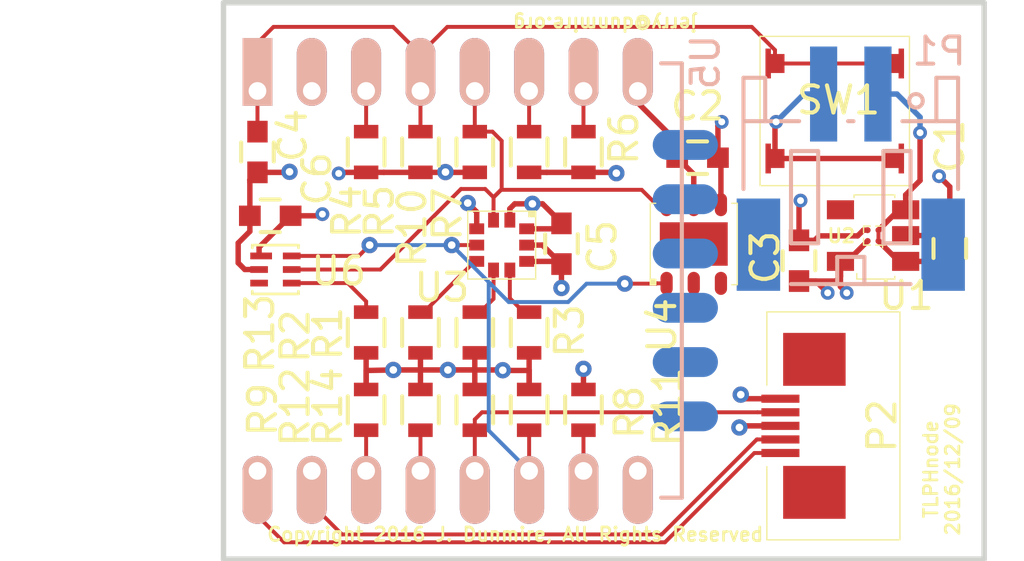
<source format=kicad_pcb>
(kicad_pcb (version 20160815) (host pcbnew no-vcs-found-7391~56~ubuntu16.04.1)

  (general
    (links 78)
    (no_connects 0)
    (area 130.399999 80.399999 158.600001 101.100001)
    (thickness 1.6)
    (drawings 7)
    (tracks 221)
    (zones 0)
    (modules 29)
    (nets 29)
  )

  (page A4)
  (layers
    (0 F.Cu signal)
    (1 In1.Cu.GND power)
    (2 In2.Cu.VCC power)
    (31 B.Cu signal)
    (32 B.Adhes user)
    (33 F.Adhes user)
    (34 B.Paste user)
    (35 F.Paste user)
    (36 B.SilkS user)
    (37 F.SilkS user)
    (38 B.Mask user)
    (39 F.Mask user)
    (40 Dwgs.User user)
    (41 Cmts.User user)
    (42 Eco1.User user)
    (43 Eco2.User user)
    (44 Edge.Cuts user)
    (45 Margin user)
    (46 B.CrtYd user)
    (47 F.CrtYd user)
    (48 B.Fab user)
    (49 F.Fab user)
  )

  (setup
    (last_trace_width 0.14478)
    (user_trace_width 0.15)
    (user_trace_width 0.175)
    (user_trace_width 0.2)
    (trace_clearance 0.14478)
    (zone_clearance 0.508)
    (zone_45_only no)
    (trace_min 0.127)
    (segment_width 0.2)
    (edge_width 0.2)
    (via_size 0.508)
    (via_drill 0.254)
    (via_min_size 0.4572)
    (via_min_drill 0.254)
    (user_via 0.5 0.254)
    (user_via 0.55 0.27)
    (user_via 0.6 0.28)
    (uvia_size 0.508)
    (uvia_drill 0.254)
    (uvias_allowed no)
    (uvia_min_size 0)
    (uvia_min_drill 0)
    (pcb_text_width 0.3)
    (pcb_text_size 1.5 1.5)
    (mod_edge_width 0.15)
    (mod_text_size 1 1)
    (mod_text_width 0.15)
    (pad_size 1.524 1.524)
    (pad_drill 0.762)
    (pad_to_mask_clearance 0.2)
    (aux_axis_origin 0 0)
    (grid_origin 147.74 99.99)
    (visible_elements FFFEFF7F)
    (pcbplotparams
      (layerselection 0x00030_ffffffff)
      (usegerberextensions false)
      (excludeedgelayer true)
      (linewidth 0.100000)
      (plotframeref false)
      (viasonmask false)
      (mode 1)
      (useauxorigin false)
      (hpglpennumber 1)
      (hpglpenspeed 20)
      (hpglpendiameter 15)
      (psnegative false)
      (psa4output false)
      (plotreference true)
      (plotvalue true)
      (plotinvisibletext false)
      (padsonsilk false)
      (subtractmaskfromsilk false)
      (outputformat 1)
      (mirror false)
      (drillshape 1)
      (scaleselection 1)
      (outputdirectory ""))
  )

  (net 0 "")
  (net 1 GND)
  (net 2 "Net-(C1-Pad1)")
  (net 3 VCC)
  (net 4 "Net-(C4-Pad1)")
  (net 5 /PGM)
  (net 6 /RXD)
  (net 7 /TXD)
  (net 8 "Net-(R1-Pad2)")
  (net 9 "Net-(R2-Pad2)")
  (net 10 "Net-(R3-Pad2)")
  (net 11 "Net-(R4-Pad2)")
  (net 12 "Net-(R6-Pad1)")
  (net 13 "Net-(R7-Pad1)")
  (net 14 /I2C_SDA)
  (net 15 "Net-(R9-Pad2)")
  (net 16 /I2C_SCL)
  (net 17 "Net-(R11-Pad1)")
  (net 18 "Net-(R12-Pad2)")
  (net 19 "Net-(R13-Pad2)")
  (net 20 "Net-(U1-Pad4)")
  (net 21 "Net-(U5-Pad2)")
  (net 22 "Net-(U5-Pad17)")
  (net 23 "Net-(U5-Pad18)")
  (net 24 "Net-(U5-Pad19)")
  (net 25 "Net-(U5-Pad20)")
  (net 26 "Net-(U5-Pad21)")
  (net 27 "Net-(U5-Pad22)")
  (net 28 "Net-(U6-Pad3)")

  (net_class Default "This is the default net class."
    (clearance 0.14478)
    (trace_width 0.14478)
    (via_dia 0.508)
    (via_drill 0.254)
    (uvia_dia 0.508)
    (uvia_drill 0.254)
    (diff_pair_gap 0.14478)
    (diff_pair_width 0.14478)
    (add_net /I2C_SCL)
    (add_net /I2C_SDA)
    (add_net /PGM)
    (add_net /RXD)
    (add_net /TXD)
    (add_net GND)
    (add_net "Net-(C1-Pad1)")
    (add_net "Net-(C4-Pad1)")
    (add_net "Net-(R1-Pad2)")
    (add_net "Net-(R11-Pad1)")
    (add_net "Net-(R12-Pad2)")
    (add_net "Net-(R13-Pad2)")
    (add_net "Net-(R2-Pad2)")
    (add_net "Net-(R3-Pad2)")
    (add_net "Net-(R4-Pad2)")
    (add_net "Net-(R6-Pad1)")
    (add_net "Net-(R7-Pad1)")
    (add_net "Net-(R9-Pad2)")
    (add_net "Net-(U1-Pad4)")
    (add_net "Net-(U5-Pad17)")
    (add_net "Net-(U5-Pad18)")
    (add_net "Net-(U5-Pad19)")
    (add_net "Net-(U5-Pad2)")
    (add_net "Net-(U5-Pad20)")
    (add_net "Net-(U5-Pad21)")
    (add_net "Net-(U5-Pad22)")
    (add_net "Net-(U6-Pad3)")
    (add_net VCC)
  )

  (net_class 2layerMin ""
    (clearance 0.1524)
    (trace_width 0.1524)
    (via_dia 0.6858)
    (via_drill 0.3302)
    (uvia_dia 0.6858)
    (uvia_drill 0.3302)
    (diff_pair_gap 0.1524)
    (diff_pair_width 0.1524)
  )

  (net_class 4layerMin ""
    (clearance 0.127)
    (trace_width 0.127)
    (via_dia 0.4572)
    (via_drill 0.254)
    (uvia_dia 0.4572)
    (uvia_drill 0.254)
    (diff_pair_gap 0.127)
    (diff_pair_width 0.127)
  )

  (module rockingdlabs:FPC_conn-5_8x4.9mm_Pitch0.5mm (layer F.Cu) (tedit 584B8B10) (tstamp 584A0D69)
    (at 152.75 96.09 90)
    (path /58479EF6)
    (fp_text reference P2 (at 0 1.99 90) (layer F.SilkS)
      (effects (font (size 1 1) (thickness 0.15)))
    )
    (fp_text value CONN_01X05 (at 0.15 -4.75 90) (layer F.Fab)
      (effects (font (size 1 1) (thickness 0.15)))
    )
    (fp_line (start 4.2 -2.25) (end -4.2 -2.25) (layer F.CrtYd) (width 0.05))
    (fp_line (start 4.2 2.65) (end 4.2 -2.25) (layer F.CrtYd) (width 0.05))
    (fp_line (start -4.2 2.65) (end 4.2 2.65) (layer F.CrtYd) (width 0.05))
    (fp_line (start -4.2 -2.25) (end -4.2 2.65) (layer F.CrtYd) (width 0.05))
    (fp_line (start 4.2 -2.25) (end 1.5 -2.25) (layer F.SilkS) (width 0.05))
    (fp_line (start 4.2 2.65) (end 4.2 -2.25) (layer F.SilkS) (width 0.05))
    (fp_line (start -4.2 2.65) (end 4.2 2.65) (layer F.SilkS) (width 0.05))
    (fp_line (start -4.2 -2.25) (end -4.2 2.65) (layer F.SilkS) (width 0.05))
    (fp_line (start -1.5 -2.25) (end -4.2 -2.25) (layer F.SilkS) (width 0.05))
    (pad "" smd rect (at -2.45 -0.5 90) (size 1.95 2.3) (layers F.Cu F.Paste F.Mask))
    (pad 5 smd rect (at 1 -1.75 90) (size 0.3 1.4) (layers F.Cu F.Paste F.Mask)
      (net 1 GND))
    (pad 4 smd rect (at 0.5 -1.75 90) (size 0.3 1.4) (layers F.Cu F.Paste F.Mask)
      (net 5 /PGM))
    (pad 3 smd rect (at 0 -1.75 90) (size 0.3 1.4) (layers F.Cu F.Paste F.Mask)
      (net 3 VCC))
    (pad 2 smd rect (at -0.5 -1.75 90) (size 0.3 1.4) (layers F.Cu F.Paste F.Mask)
      (net 6 /RXD))
    (pad 1 smd rect (at -1 -1.75 90) (size 0.3 1.4) (layers F.Cu F.Paste F.Mask)
      (net 7 /TXD))
    (pad "" smd rect (at 2.45 -0.5 90) (size 1.95 2.3) (layers F.Cu F.Paste F.Mask))
    (model ${ROCKINGDLIB}/rockingdlabs.3dshapes/ssfv5r_2stlf.stp
      (at (xyz -0.125984251968504 -0.1043307086614173 0))
      (scale (xyz 1 1 1))
      (rotate (xyz -90 0 0))
    )
  )

  (module ESP8266:ESP-12E (layer B.Cu) (tedit 584B8C0C) (tstamp 584A0E0D)
    (at 131.75 83.75 270)
    (descr "Module, ESP-8266, ESP-12, 16 pad, SMD")
    (tags "Module ESP-8266 ESP8266")
    (path /583B4FA8)
    (fp_text reference U5 (at -1.06 -16.49 270) (layer B.SilkS)
      (effects (font (size 1 1) (thickness 0.15)) (justify mirror))
    )
    (fp_text value ESP-12E (at 8 -1 270) (layer B.Fab)
      (effects (font (size 1 1) (thickness 0.15)) (justify mirror))
    )
    (fp_line (start -2.25 0.5) (end -2.25 8.75) (layer B.CrtYd) (width 0.05))
    (fp_line (start -2.25 8.75) (end 15.25 8.75) (layer B.CrtYd) (width 0.05))
    (fp_line (start 15.25 8.75) (end 16.25 8.75) (layer B.CrtYd) (width 0.05))
    (fp_line (start 16.25 8.75) (end 16.25 -16) (layer B.CrtYd) (width 0.05))
    (fp_line (start 16.25 -16) (end -2.25 -16) (layer B.CrtYd) (width 0.05))
    (fp_line (start -2.25 -16) (end -2.25 0.5) (layer B.CrtYd) (width 0.05))
    (fp_line (start -1.016 8.382) (end 14.986 8.382) (layer B.CrtYd) (width 0.1524))
    (fp_line (start 14.986 8.382) (end 14.986 0.889) (layer B.CrtYd) (width 0.1524))
    (fp_line (start -1.016 8.382) (end -1.016 1.016) (layer B.CrtYd) (width 0.1524))
    (fp_line (start -1.016 -14.859) (end -1.016 -15.621) (layer B.SilkS) (width 0.1524))
    (fp_line (start -1.016 -15.621) (end 14.986 -15.621) (layer B.SilkS) (width 0.1524))
    (fp_line (start 14.986 -15.621) (end 14.986 -14.859) (layer B.SilkS) (width 0.1524))
    (fp_line (start 14.992 8.4) (end -1.008 2.6) (layer B.CrtYd) (width 0.1524))
    (fp_line (start -1.008 8.4) (end 14.992 2.6) (layer B.CrtYd) (width 0.1524))
    (fp_text user "No Copper" (at 6.892 5.4) (layer B.CrtYd)
      (effects (font (size 1 1) (thickness 0.15)) (justify mirror))
    )
    (fp_line (start -1.008 2.6) (end 14.992 2.6) (layer B.CrtYd) (width 0.1524))
    (fp_line (start 15 8.4) (end 15 -15.6) (layer B.Fab) (width 0.05))
    (fp_line (start 14.992 -15.6) (end -1.008 -15.6) (layer B.Fab) (width 0.05))
    (fp_line (start -1.008 -15.6) (end -1.008 8.4) (layer B.Fab) (width 0.05))
    (fp_line (start -1.008 8.4) (end 14.992 8.4) (layer B.Fab) (width 0.05))
    (pad 1 thru_hole rect (at 0 0 270) (size 2.5 1.1) (drill 0.65 (offset -0.7 0)) (layers *.Cu *.Mask B.SilkS)
      (net 4 "Net-(C4-Pad1)"))
    (pad 2 thru_hole oval (at 0 -2 270) (size 2.5 1.1) (drill 0.65 (offset -0.7 0)) (layers *.Cu *.Mask B.SilkS)
      (net 21 "Net-(U5-Pad2)"))
    (pad 3 thru_hole oval (at 0 -4 270) (size 2.5 1.1) (drill 0.65 (offset -0.7 0)) (layers *.Cu *.Mask B.SilkS)
      (net 11 "Net-(R4-Pad2)"))
    (pad 4 thru_hole oval (at 0 -6 270) (size 2.5 1.1) (drill 0.65 (offset -0.7 0)) (layers *.Cu *.Mask B.SilkS)
      (net 4 "Net-(C4-Pad1)"))
    (pad 5 thru_hole oval (at 0 -8 270) (size 2.5 1.1) (drill 0.65 (offset -0.7 0)) (layers *.Cu *.Mask B.SilkS)
      (net 16 /I2C_SCL))
    (pad 6 thru_hole oval (at 0 -10 270) (size 2.5 1.1) (drill 0.65 (offset -0.7 0)) (layers *.Cu *.Mask B.SilkS)
      (net 13 "Net-(R7-Pad1)"))
    (pad 7 thru_hole oval (at 0 -12 270) (size 2.5 1.1) (drill 0.65 (offset -0.7 0)) (layers *.Cu *.Mask B.SilkS)
      (net 12 "Net-(R6-Pad1)"))
    (pad 8 thru_hole oval (at 0 -14 270) (size 2.5 1.1) (drill 0.65 (offset -0.7 0)) (layers *.Cu *.Mask B.SilkS)
      (net 3 VCC))
    (pad 9 thru_hole oval (at 14 -14 270) (size 2.5 1.1) (drill 0.65 (offset 0.7 0)) (layers *.Cu *.Mask B.SilkS)
      (net 1 GND))
    (pad 10 thru_hole oval (at 14 -12 270) (size 2.5 1.1) (drill 0.65 (offset 0.6 0)) (layers *.Cu *.Mask B.SilkS)
      (net 17 "Net-(R11-Pad1)"))
    (pad 11 thru_hole oval (at 14 -10 270) (size 2.5 1.1) (drill 0.65 (offset 0.7 0)) (layers *.Cu *.Mask B.SilkS)
      (net 14 /I2C_SDA))
    (pad 12 thru_hole oval (at 14 -8 270) (size 2.5 1.1) (drill 0.65 (offset 0.7 0)) (layers *.Cu *.Mask B.SilkS)
      (net 5 /PGM))
    (pad 13 thru_hole oval (at 14 -6 270) (size 2.5 1.1) (drill 0.65 (offset 0.7 0)) (layers *.Cu *.Mask B.SilkS)
      (net 18 "Net-(R12-Pad2)"))
    (pad 14 thru_hole oval (at 14 -4 270) (size 2.5 1.1) (drill 0.65 (offset 0.7 0)) (layers *.Cu *.Mask B.SilkS)
      (net 15 "Net-(R9-Pad2)"))
    (pad 15 thru_hole oval (at 14 -2 270) (size 2.5 1.1) (drill 0.65 (offset 0.7 0)) (layers *.Cu *.Mask B.SilkS)
      (net 6 /RXD))
    (pad 16 thru_hole oval (at 14 0 270) (size 2.5 1.1) (drill 0.65 (offset 0.7 0)) (layers *.Cu *.Mask B.SilkS)
      (net 7 /TXD))
    (pad 17 smd oval (at 1.99 -15.75 180) (size 2.4 1.1) (layers B.Cu B.Paste B.Mask)
      (net 22 "Net-(U5-Pad17)"))
    (pad 18 smd oval (at 3.99 -15.75 180) (size 2.4 1.1) (layers B.Cu B.Paste B.Mask)
      (net 23 "Net-(U5-Pad18)"))
    (pad 19 smd oval (at 5.99 -15.75 180) (size 2.4 1.1) (layers B.Cu B.Paste B.Mask)
      (net 24 "Net-(U5-Pad19)"))
    (pad 20 smd oval (at 7.99 -15.75 180) (size 2.4 1.1) (layers B.Cu B.Paste B.Mask)
      (net 25 "Net-(U5-Pad20)"))
    (pad 21 smd oval (at 9.99 -15.75 180) (size 2.4 1.1) (layers B.Cu B.Paste B.Mask)
      (net 26 "Net-(U5-Pad21)"))
    (pad 22 smd oval (at 11.99 -15.75 180) (size 2.4 1.1) (layers B.Cu B.Paste B.Mask)
      (net 27 "Net-(U5-Pad22)"))
    (model ${ESPLIB}/ESP8266.3dshapes/ESP-12.wrl
      (at (xyz 0 0 0))
      (scale (xyz 0.3937 0.3937 0.3937))
      (rotate (xyz 0 0 0))
    )
  )

  (module Capacitors_SMD:C_0603 (layer F.Cu) (tedit 584B8B3B) (tstamp 584A0D38)
    (at 157.235 89.555 90)
    (descr "Capacitor SMD 0603, reflow soldering, AVX (see smccp.pdf)")
    (tags "capacitor 0603")
    (path /583BE628)
    (attr smd)
    (fp_text reference C1 (at 3.765 0.005 90) (layer F.SilkS)
      (effects (font (size 1 1) (thickness 0.15)))
    )
    (fp_text value "1 uF" (at 0 1.9 90) (layer F.Fab)
      (effects (font (size 1 1) (thickness 0.15)))
    )
    (fp_line (start 0.35 0.6) (end -0.35 0.6) (layer F.SilkS) (width 0.15))
    (fp_line (start -0.35 -0.6) (end 0.35 -0.6) (layer F.SilkS) (width 0.15))
    (fp_line (start 1.45 -0.75) (end 1.45 0.75) (layer F.CrtYd) (width 0.05))
    (fp_line (start -1.45 -0.75) (end -1.45 0.75) (layer F.CrtYd) (width 0.05))
    (fp_line (start -1.45 0.75) (end 1.45 0.75) (layer F.CrtYd) (width 0.05))
    (fp_line (start -1.45 -0.75) (end 1.45 -0.75) (layer F.CrtYd) (width 0.05))
    (fp_line (start -0.8 -0.4) (end 0.8 -0.4) (layer F.Fab) (width 0.15))
    (fp_line (start 0.8 -0.4) (end 0.8 0.4) (layer F.Fab) (width 0.15))
    (fp_line (start 0.8 0.4) (end -0.8 0.4) (layer F.Fab) (width 0.15))
    (fp_line (start -0.8 0.4) (end -0.8 -0.4) (layer F.Fab) (width 0.15))
    (pad 2 smd rect (at 0.75 0 90) (size 0.8 0.75) (layers F.Cu F.Paste F.Mask)
      (net 1 GND))
    (pad 1 smd rect (at -0.75 0 90) (size 0.8 0.75) (layers F.Cu F.Paste F.Mask)
      (net 2 "Net-(C1-Pad1)"))
    (model Capacitors_SMD.3dshapes/C_0603.wrl
      (at (xyz 0 0 0))
      (scale (xyz 1 1 1))
      (rotate (xyz 0 0 0))
    )
  )

  (module Capacitors_SMD:C_0603 (layer F.Cu) (tedit 5415D631) (tstamp 584A0D3E)
    (at 147.95 86.21)
    (descr "Capacitor SMD 0603, reflow soldering, AVX (see smccp.pdf)")
    (tags "capacitor 0603")
    (path /584846C5)
    (attr smd)
    (fp_text reference C2 (at 0 -1.9) (layer F.SilkS)
      (effects (font (size 1 1) (thickness 0.15)))
    )
    (fp_text value "0.1 uF" (at 0 1.9) (layer F.Fab)
      (effects (font (size 1 1) (thickness 0.15)))
    )
    (fp_line (start -0.8 0.4) (end -0.8 -0.4) (layer F.Fab) (width 0.15))
    (fp_line (start 0.8 0.4) (end -0.8 0.4) (layer F.Fab) (width 0.15))
    (fp_line (start 0.8 -0.4) (end 0.8 0.4) (layer F.Fab) (width 0.15))
    (fp_line (start -0.8 -0.4) (end 0.8 -0.4) (layer F.Fab) (width 0.15))
    (fp_line (start -1.45 -0.75) (end 1.45 -0.75) (layer F.CrtYd) (width 0.05))
    (fp_line (start -1.45 0.75) (end 1.45 0.75) (layer F.CrtYd) (width 0.05))
    (fp_line (start -1.45 -0.75) (end -1.45 0.75) (layer F.CrtYd) (width 0.05))
    (fp_line (start 1.45 -0.75) (end 1.45 0.75) (layer F.CrtYd) (width 0.05))
    (fp_line (start -0.35 -0.6) (end 0.35 -0.6) (layer F.SilkS) (width 0.15))
    (fp_line (start 0.35 0.6) (end -0.35 0.6) (layer F.SilkS) (width 0.15))
    (pad 1 smd rect (at -0.75 0) (size 0.8 0.75) (layers F.Cu F.Paste F.Mask)
      (net 3 VCC))
    (pad 2 smd rect (at 0.75 0) (size 0.8 0.75) (layers F.Cu F.Paste F.Mask)
      (net 1 GND))
    (model Capacitors_SMD.3dshapes/C_0603.wrl
      (at (xyz 0 0 0))
      (scale (xyz 1 1 1))
      (rotate (xyz 0 0 0))
    )
  )

  (module Capacitors_SMD:C_0603 (layer F.Cu) (tedit 584B8B42) (tstamp 584A0D44)
    (at 151.685 90.005 90)
    (descr "Capacitor SMD 0603, reflow soldering, AVX (see smccp.pdf)")
    (tags "capacitor 0603")
    (path /583BE718)
    (attr smd)
    (fp_text reference C3 (at 0.115 -1.245 90) (layer F.SilkS)
      (effects (font (size 1 1) (thickness 0.15)))
    )
    (fp_text value "1 uF" (at 0 1.9 90) (layer F.Fab)
      (effects (font (size 1 1) (thickness 0.15)))
    )
    (fp_line (start -0.8 0.4) (end -0.8 -0.4) (layer F.Fab) (width 0.15))
    (fp_line (start 0.8 0.4) (end -0.8 0.4) (layer F.Fab) (width 0.15))
    (fp_line (start 0.8 -0.4) (end 0.8 0.4) (layer F.Fab) (width 0.15))
    (fp_line (start -0.8 -0.4) (end 0.8 -0.4) (layer F.Fab) (width 0.15))
    (fp_line (start -1.45 -0.75) (end 1.45 -0.75) (layer F.CrtYd) (width 0.05))
    (fp_line (start -1.45 0.75) (end 1.45 0.75) (layer F.CrtYd) (width 0.05))
    (fp_line (start -1.45 -0.75) (end -1.45 0.75) (layer F.CrtYd) (width 0.05))
    (fp_line (start 1.45 -0.75) (end 1.45 0.75) (layer F.CrtYd) (width 0.05))
    (fp_line (start -0.35 -0.6) (end 0.35 -0.6) (layer F.SilkS) (width 0.15))
    (fp_line (start 0.35 0.6) (end -0.35 0.6) (layer F.SilkS) (width 0.15))
    (pad 1 smd rect (at -0.75 0 90) (size 0.8 0.75) (layers F.Cu F.Paste F.Mask)
      (net 3 VCC))
    (pad 2 smd rect (at 0.75 0 90) (size 0.8 0.75) (layers F.Cu F.Paste F.Mask)
      (net 1 GND))
    (model Capacitors_SMD.3dshapes/C_0603.wrl
      (at (xyz 0 0 0))
      (scale (xyz 1 1 1))
      (rotate (xyz 0 0 0))
    )
  )

  (module Capacitors_SMD:C_0603 (layer F.Cu) (tedit 584B8AA6) (tstamp 584A0D4A)
    (at 131.75 86 270)
    (descr "Capacitor SMD 0603, reflow soldering, AVX (see smccp.pdf)")
    (tags "capacitor 0603")
    (path /583B653A)
    (attr smd)
    (fp_text reference C4 (at -0.61 -1.29 270) (layer F.SilkS)
      (effects (font (size 1 1) (thickness 0.15)))
    )
    (fp_text value "0.1 uF" (at 0 1.9 270) (layer F.Fab)
      (effects (font (size 1 1) (thickness 0.15)))
    )
    (fp_line (start 0.35 0.6) (end -0.35 0.6) (layer F.SilkS) (width 0.15))
    (fp_line (start -0.35 -0.6) (end 0.35 -0.6) (layer F.SilkS) (width 0.15))
    (fp_line (start 1.45 -0.75) (end 1.45 0.75) (layer F.CrtYd) (width 0.05))
    (fp_line (start -1.45 -0.75) (end -1.45 0.75) (layer F.CrtYd) (width 0.05))
    (fp_line (start -1.45 0.75) (end 1.45 0.75) (layer F.CrtYd) (width 0.05))
    (fp_line (start -1.45 -0.75) (end 1.45 -0.75) (layer F.CrtYd) (width 0.05))
    (fp_line (start -0.8 -0.4) (end 0.8 -0.4) (layer F.Fab) (width 0.15))
    (fp_line (start 0.8 -0.4) (end 0.8 0.4) (layer F.Fab) (width 0.15))
    (fp_line (start 0.8 0.4) (end -0.8 0.4) (layer F.Fab) (width 0.15))
    (fp_line (start -0.8 0.4) (end -0.8 -0.4) (layer F.Fab) (width 0.15))
    (pad 2 smd rect (at 0.75 0 270) (size 0.8 0.75) (layers F.Cu F.Paste F.Mask)
      (net 1 GND))
    (pad 1 smd rect (at -0.75 0 270) (size 0.8 0.75) (layers F.Cu F.Paste F.Mask)
      (net 4 "Net-(C4-Pad1)"))
    (model Capacitors_SMD.3dshapes/C_0603.wrl
      (at (xyz 0 0 0))
      (scale (xyz 1 1 1))
      (rotate (xyz 0 0 0))
    )
  )

  (module Capacitors_SMD:C_0603 (layer F.Cu) (tedit 584B895F) (tstamp 584A0D50)
    (at 142.94 89.38 270)
    (descr "Capacitor SMD 0603, reflow soldering, AVX (see smccp.pdf)")
    (tags "capacitor 0603")
    (path /583BE33E)
    (attr smd)
    (fp_text reference C5 (at 0.11 -1.5 270) (layer F.SilkS)
      (effects (font (size 1 1) (thickness 0.15)))
    )
    (fp_text value "0.1 uF" (at 0 1.9 270) (layer F.Fab)
      (effects (font (size 1 1) (thickness 0.15)))
    )
    (fp_line (start -0.8 0.4) (end -0.8 -0.4) (layer F.Fab) (width 0.15))
    (fp_line (start 0.8 0.4) (end -0.8 0.4) (layer F.Fab) (width 0.15))
    (fp_line (start 0.8 -0.4) (end 0.8 0.4) (layer F.Fab) (width 0.15))
    (fp_line (start -0.8 -0.4) (end 0.8 -0.4) (layer F.Fab) (width 0.15))
    (fp_line (start -1.45 -0.75) (end 1.45 -0.75) (layer F.CrtYd) (width 0.05))
    (fp_line (start -1.45 0.75) (end 1.45 0.75) (layer F.CrtYd) (width 0.05))
    (fp_line (start -1.45 -0.75) (end -1.45 0.75) (layer F.CrtYd) (width 0.05))
    (fp_line (start 1.45 -0.75) (end 1.45 0.75) (layer F.CrtYd) (width 0.05))
    (fp_line (start -0.35 -0.6) (end 0.35 -0.6) (layer F.SilkS) (width 0.15))
    (fp_line (start 0.35 0.6) (end -0.35 0.6) (layer F.SilkS) (width 0.15))
    (pad 1 smd rect (at -0.75 0 270) (size 0.8 0.75) (layers F.Cu F.Paste F.Mask)
      (net 3 VCC))
    (pad 2 smd rect (at 0.75 0 270) (size 0.8 0.75) (layers F.Cu F.Paste F.Mask)
      (net 1 GND))
    (model Capacitors_SMD.3dshapes/C_0603.wrl
      (at (xyz 0 0 0))
      (scale (xyz 1 1 1))
      (rotate (xyz 0 0 0))
    )
  )

  (module Capacitors_SMD:C_0603 (layer F.Cu) (tedit 584B8BD1) (tstamp 584A0D56)
    (at 132.22 88.35 180)
    (descr "Capacitor SMD 0603, reflow soldering, AVX (see smccp.pdf)")
    (tags "capacitor 0603")
    (path /583BE035)
    (attr smd)
    (fp_text reference C6 (at -1.72 1.36 270) (layer F.SilkS)
      (effects (font (size 1 1) (thickness 0.15)))
    )
    (fp_text value "0.1 uF" (at 0 1.9 180) (layer F.Fab)
      (effects (font (size 1 1) (thickness 0.15)))
    )
    (fp_line (start 0.35 0.6) (end -0.35 0.6) (layer F.SilkS) (width 0.15))
    (fp_line (start -0.35 -0.6) (end 0.35 -0.6) (layer F.SilkS) (width 0.15))
    (fp_line (start 1.45 -0.75) (end 1.45 0.75) (layer F.CrtYd) (width 0.05))
    (fp_line (start -1.45 -0.75) (end -1.45 0.75) (layer F.CrtYd) (width 0.05))
    (fp_line (start -1.45 0.75) (end 1.45 0.75) (layer F.CrtYd) (width 0.05))
    (fp_line (start -1.45 -0.75) (end 1.45 -0.75) (layer F.CrtYd) (width 0.05))
    (fp_line (start -0.8 -0.4) (end 0.8 -0.4) (layer F.Fab) (width 0.15))
    (fp_line (start 0.8 -0.4) (end 0.8 0.4) (layer F.Fab) (width 0.15))
    (fp_line (start 0.8 0.4) (end -0.8 0.4) (layer F.Fab) (width 0.15))
    (fp_line (start -0.8 0.4) (end -0.8 -0.4) (layer F.Fab) (width 0.15))
    (pad 2 smd rect (at 0.75 0 180) (size 0.8 0.75) (layers F.Cu F.Paste F.Mask)
      (net 1 GND))
    (pad 1 smd rect (at -0.75 0 180) (size 0.8 0.75) (layers F.Cu F.Paste F.Mask)
      (net 3 VCC))
    (model Capacitors_SMD.3dshapes/C_0603.wrl
      (at (xyz 0 0 0))
      (scale (xyz 1 1 1))
      (rotate (xyz 0 0 0))
    )
  )

  (module rockingdlabs:JST_PH_S2B-PH-SM4-TB_02x2.00mm_Angled (layer B.Cu) (tedit 584B8B4F) (tstamp 584A0D5E)
    (at 153.59 86.64 180)
    (descr http://www.jst-mfg.com/product/pdf/eng/ePH.pdf)
    (tags "connector jst ph")
    (path /583B6122)
    (attr smd)
    (fp_text reference P1 (at -3.25 4.35 180) (layer B.SilkS)
      (effects (font (size 1 1) (thickness 0.15)) (justify mirror))
    )
    (fp_text value Bat (at 0 -6 180) (layer B.Fab)
      (effects (font (size 1 1) (thickness 0.15)) (justify mirror))
    )
    (fp_line (start 4.7 -5) (end -4.7 -5) (layer B.CrtYd) (width 0.05))
    (fp_line (start 4.7 5.05) (end 4.7 -5) (layer B.CrtYd) (width 0.05))
    (fp_line (start -4.7 5.05) (end 4.7 5.05) (layer B.CrtYd) (width 0.05))
    (fp_line (start -4.7 -5) (end -4.7 5.05) (layer B.CrtYd) (width 0.05))
    (fp_line (start -0.1 1.775) (end 0.1 1.775) (layer B.SilkS) (width 0.15))
    (fp_line (start 1.2 0.675) (end 2.2 0.675) (layer B.SilkS) (width 0.15))
    (fp_line (start 1.2 -2.725) (end 1.2 0.675) (layer B.SilkS) (width 0.15))
    (fp_line (start 2.2 -2.725) (end 1.2 -2.725) (layer B.SilkS) (width 0.15))
    (fp_line (start 2.2 0.675) (end 2.2 -2.725) (layer B.SilkS) (width 0.15))
    (fp_line (start -1.2 0.675) (end -2.2 0.675) (layer B.SilkS) (width 0.15))
    (fp_line (start -1.2 -2.725) (end -1.2 0.675) (layer B.SilkS) (width 0.15))
    (fp_line (start -2.2 -2.725) (end -1.2 -2.725) (layer B.SilkS) (width 0.15))
    (fp_line (start -2.2 0.675) (end -2.2 -2.725) (layer B.SilkS) (width 0.15))
    (fp_line (start -2.2 -4.225) (end 2.2 -4.225) (layer B.SilkS) (width 0.15))
    (fp_line (start 3.15 1.775) (end 3.95 1.775) (layer B.SilkS) (width 0.15))
    (fp_line (start 3.95 3.375) (end 3.95 -0.725) (layer B.SilkS) (width 0.15))
    (fp_line (start 3.15 3.375) (end 3.95 3.375) (layer B.SilkS) (width 0.15))
    (fp_line (start 3.15 1.775) (end 3.15 3.375) (layer B.SilkS) (width 0.15))
    (fp_line (start 1.9 1.775) (end 3.15 1.775) (layer B.SilkS) (width 0.15))
    (fp_line (start -3.15 1.775) (end -3.95 1.775) (layer B.SilkS) (width 0.15))
    (fp_line (start -3.95 3.375) (end -3.95 -0.725) (layer B.SilkS) (width 0.15))
    (fp_line (start -3.15 3.375) (end -3.95 3.375) (layer B.SilkS) (width 0.15))
    (fp_line (start -3.15 1.775) (end -3.15 3.375) (layer B.SilkS) (width 0.15))
    (fp_line (start -1.9 1.775) (end -3.15 1.775) (layer B.SilkS) (width 0.15))
    (fp_line (start 0.5 -3.225) (end 0.5 -4.225) (layer B.SilkS) (width 0.15))
    (fp_line (start -0.5 -3.225) (end 0.5 -3.225) (layer B.SilkS) (width 0.15))
    (fp_line (start -0.5 -4.225) (end -0.5 -3.225) (layer B.SilkS) (width 0.15))
    (fp_circle (center -2.4 2.525) (end -2.15 2.525) (layer B.SilkS) (width 0.15))
    (pad "" smd rect (at 3.4 -2.775 180) (size 1.6 3.4) (layers B.Cu B.Paste B.Mask))
    (pad "" smd rect (at -3.4 -2.775 180) (size 1.6 3.4) (layers B.Cu B.Paste B.Mask))
    (pad 2 smd rect (at 1 2.775 180) (size 1 3.5) (layers B.Cu B.Paste B.Mask)
      (net 1 GND))
    (pad 1 smd rect (at -1 2.775 180) (size 1 3.5) (layers B.Cu B.Paste B.Mask)
      (net 2 "Net-(C1-Pad1)"))
    (model ${ROCKINGDLIB}/rockingdlabs.3dshapes/s2b-ph-sm4-tb.wrl
      (at (xyz 0 0.1181102362204725 0))
      (scale (xyz 1 1 1))
      (rotate (xyz 0 0 0))
    )
  )

  (module Resistors_SMD:R_0603 (layer F.Cu) (tedit 584B8944) (tstamp 584A0D6F)
    (at 139.75 92.65 90)
    (descr "Resistor SMD 0603, reflow soldering, Vishay (see dcrcw.pdf)")
    (tags "resistor 0603")
    (path /58483D82)
    (attr smd)
    (fp_text reference R1 (at -0.04 -5.41 90) (layer F.SilkS)
      (effects (font (size 1 1) (thickness 0.15)))
    )
    (fp_text value 4.7k (at 0 1.9 90) (layer F.Fab)
      (effects (font (size 1 1) (thickness 0.15)))
    )
    (fp_line (start -0.5 -0.675) (end 0.5 -0.675) (layer F.SilkS) (width 0.15))
    (fp_line (start 0.5 0.675) (end -0.5 0.675) (layer F.SilkS) (width 0.15))
    (fp_line (start 1.3 -0.8) (end 1.3 0.8) (layer F.CrtYd) (width 0.05))
    (fp_line (start -1.3 -0.8) (end -1.3 0.8) (layer F.CrtYd) (width 0.05))
    (fp_line (start -1.3 0.8) (end 1.3 0.8) (layer F.CrtYd) (width 0.05))
    (fp_line (start -1.3 -0.8) (end 1.3 -0.8) (layer F.CrtYd) (width 0.05))
    (fp_line (start -0.8 -0.4) (end 0.8 -0.4) (layer F.Fab) (width 0.1))
    (fp_line (start 0.8 -0.4) (end 0.8 0.4) (layer F.Fab) (width 0.1))
    (fp_line (start 0.8 0.4) (end -0.8 0.4) (layer F.Fab) (width 0.1))
    (fp_line (start -0.8 0.4) (end -0.8 -0.4) (layer F.Fab) (width 0.1))
    (pad 2 smd rect (at 0.75 0 90) (size 0.5 0.9) (layers F.Cu F.Paste F.Mask)
      (net 8 "Net-(R1-Pad2)"))
    (pad 1 smd rect (at -0.75 0 90) (size 0.5 0.9) (layers F.Cu F.Paste F.Mask)
      (net 3 VCC))
    (model Resistors_SMD.3dshapes/R_0603.wrl
      (at (xyz 0 0 0))
      (scale (xyz 1 1 1))
      (rotate (xyz 0 0 0))
    )
  )

  (module Resistors_SMD:R_0603 (layer F.Cu) (tedit 584B8931) (tstamp 584A0D75)
    (at 137.75 92.65 90)
    (descr "Resistor SMD 0603, reflow soldering, Vishay (see dcrcw.pdf)")
    (tags "resistor 0603")
    (path /58484063)
    (attr smd)
    (fp_text reference R2 (at -0.14 -4.61 90) (layer F.SilkS)
      (effects (font (size 1 1) (thickness 0.15)))
    )
    (fp_text value 4.7k (at 0 1.9 90) (layer F.Fab)
      (effects (font (size 1 1) (thickness 0.15)))
    )
    (fp_line (start -0.8 0.4) (end -0.8 -0.4) (layer F.Fab) (width 0.1))
    (fp_line (start 0.8 0.4) (end -0.8 0.4) (layer F.Fab) (width 0.1))
    (fp_line (start 0.8 -0.4) (end 0.8 0.4) (layer F.Fab) (width 0.1))
    (fp_line (start -0.8 -0.4) (end 0.8 -0.4) (layer F.Fab) (width 0.1))
    (fp_line (start -1.3 -0.8) (end 1.3 -0.8) (layer F.CrtYd) (width 0.05))
    (fp_line (start -1.3 0.8) (end 1.3 0.8) (layer F.CrtYd) (width 0.05))
    (fp_line (start -1.3 -0.8) (end -1.3 0.8) (layer F.CrtYd) (width 0.05))
    (fp_line (start 1.3 -0.8) (end 1.3 0.8) (layer F.CrtYd) (width 0.05))
    (fp_line (start 0.5 0.675) (end -0.5 0.675) (layer F.SilkS) (width 0.15))
    (fp_line (start -0.5 -0.675) (end 0.5 -0.675) (layer F.SilkS) (width 0.15))
    (pad 1 smd rect (at -0.75 0 90) (size 0.5 0.9) (layers F.Cu F.Paste F.Mask)
      (net 3 VCC))
    (pad 2 smd rect (at 0.75 0 90) (size 0.5 0.9) (layers F.Cu F.Paste F.Mask)
      (net 9 "Net-(R2-Pad2)"))
    (model Resistors_SMD.3dshapes/R_0603.wrl
      (at (xyz 0 0 0))
      (scale (xyz 1 1 1))
      (rotate (xyz 0 0 0))
    )
  )

  (module Resistors_SMD:R_0603 (layer F.Cu) (tedit 584B894F) (tstamp 584A0D7B)
    (at 141.75 92.65 90)
    (descr "Resistor SMD 0603, reflow soldering, Vishay (see dcrcw.pdf)")
    (tags "resistor 0603")
    (path /58483449)
    (attr smd)
    (fp_text reference R3 (at 0.06 1.49 90) (layer F.SilkS)
      (effects (font (size 1 1) (thickness 0.15)))
    )
    (fp_text value 4.7k (at 0 1.9 90) (layer F.Fab)
      (effects (font (size 1 1) (thickness 0.15)))
    )
    (fp_line (start -0.8 0.4) (end -0.8 -0.4) (layer F.Fab) (width 0.1))
    (fp_line (start 0.8 0.4) (end -0.8 0.4) (layer F.Fab) (width 0.1))
    (fp_line (start 0.8 -0.4) (end 0.8 0.4) (layer F.Fab) (width 0.1))
    (fp_line (start -0.8 -0.4) (end 0.8 -0.4) (layer F.Fab) (width 0.1))
    (fp_line (start -1.3 -0.8) (end 1.3 -0.8) (layer F.CrtYd) (width 0.05))
    (fp_line (start -1.3 0.8) (end 1.3 0.8) (layer F.CrtYd) (width 0.05))
    (fp_line (start -1.3 -0.8) (end -1.3 0.8) (layer F.CrtYd) (width 0.05))
    (fp_line (start 1.3 -0.8) (end 1.3 0.8) (layer F.CrtYd) (width 0.05))
    (fp_line (start 0.5 0.675) (end -0.5 0.675) (layer F.SilkS) (width 0.15))
    (fp_line (start -0.5 -0.675) (end 0.5 -0.675) (layer F.SilkS) (width 0.15))
    (pad 1 smd rect (at -0.75 0 90) (size 0.5 0.9) (layers F.Cu F.Paste F.Mask)
      (net 3 VCC))
    (pad 2 smd rect (at 0.75 0 90) (size 0.5 0.9) (layers F.Cu F.Paste F.Mask)
      (net 10 "Net-(R3-Pad2)"))
    (model Resistors_SMD.3dshapes/R_0603.wrl
      (at (xyz 0 0 0))
      (scale (xyz 1 1 1))
      (rotate (xyz 0 0 0))
    )
  )

  (module Resistors_SMD:R_0603 (layer F.Cu) (tedit 584B8B71) (tstamp 584A0D81)
    (at 135.75 86 90)
    (descr "Resistor SMD 0603, reflow soldering, Vishay (see dcrcw.pdf)")
    (tags "resistor 0603")
    (path /583B6490)
    (attr smd)
    (fp_text reference R4 (at -2.19 -0.71 90) (layer F.SilkS)
      (effects (font (size 1 1) (thickness 0.15)))
    )
    (fp_text value 4.7k (at 0 1.9 90) (layer F.Fab)
      (effects (font (size 1 1) (thickness 0.15)))
    )
    (fp_line (start -0.5 -0.675) (end 0.5 -0.675) (layer F.SilkS) (width 0.15))
    (fp_line (start 0.5 0.675) (end -0.5 0.675) (layer F.SilkS) (width 0.15))
    (fp_line (start 1.3 -0.8) (end 1.3 0.8) (layer F.CrtYd) (width 0.05))
    (fp_line (start -1.3 -0.8) (end -1.3 0.8) (layer F.CrtYd) (width 0.05))
    (fp_line (start -1.3 0.8) (end 1.3 0.8) (layer F.CrtYd) (width 0.05))
    (fp_line (start -1.3 -0.8) (end 1.3 -0.8) (layer F.CrtYd) (width 0.05))
    (fp_line (start -0.8 -0.4) (end 0.8 -0.4) (layer F.Fab) (width 0.1))
    (fp_line (start 0.8 -0.4) (end 0.8 0.4) (layer F.Fab) (width 0.1))
    (fp_line (start 0.8 0.4) (end -0.8 0.4) (layer F.Fab) (width 0.1))
    (fp_line (start -0.8 0.4) (end -0.8 -0.4) (layer F.Fab) (width 0.1))
    (pad 2 smd rect (at 0.75 0 90) (size 0.5 0.9) (layers F.Cu F.Paste F.Mask)
      (net 11 "Net-(R4-Pad2)"))
    (pad 1 smd rect (at -0.75 0 90) (size 0.5 0.9) (layers F.Cu F.Paste F.Mask)
      (net 3 VCC))
    (model Resistors_SMD.3dshapes/R_0603.wrl
      (at (xyz 0 0 0))
      (scale (xyz 1 1 1))
      (rotate (xyz 0 0 0))
    )
  )

  (module Resistors_SMD:R_0603 (layer F.Cu) (tedit 584B8BDD) (tstamp 584A0D87)
    (at 137.75 86 90)
    (descr "Resistor SMD 0603, reflow soldering, Vishay (see dcrcw.pdf)")
    (tags "resistor 0603")
    (path /583B6506)
    (attr smd)
    (fp_text reference R5 (at -2.19 -1.51 90) (layer F.SilkS)
      (effects (font (size 1 1) (thickness 0.15)))
    )
    (fp_text value 10k (at 0 1.9 90) (layer F.Fab)
      (effects (font (size 1 1) (thickness 0.15)))
    )
    (fp_line (start -0.8 0.4) (end -0.8 -0.4) (layer F.Fab) (width 0.1))
    (fp_line (start 0.8 0.4) (end -0.8 0.4) (layer F.Fab) (width 0.1))
    (fp_line (start 0.8 -0.4) (end 0.8 0.4) (layer F.Fab) (width 0.1))
    (fp_line (start -0.8 -0.4) (end 0.8 -0.4) (layer F.Fab) (width 0.1))
    (fp_line (start -1.3 -0.8) (end 1.3 -0.8) (layer F.CrtYd) (width 0.05))
    (fp_line (start -1.3 0.8) (end 1.3 0.8) (layer F.CrtYd) (width 0.05))
    (fp_line (start -1.3 -0.8) (end -1.3 0.8) (layer F.CrtYd) (width 0.05))
    (fp_line (start 1.3 -0.8) (end 1.3 0.8) (layer F.CrtYd) (width 0.05))
    (fp_line (start 0.5 0.675) (end -0.5 0.675) (layer F.SilkS) (width 0.15))
    (fp_line (start -0.5 -0.675) (end 0.5 -0.675) (layer F.SilkS) (width 0.15))
    (pad 1 smd rect (at -0.75 0 90) (size 0.5 0.9) (layers F.Cu F.Paste F.Mask)
      (net 3 VCC))
    (pad 2 smd rect (at 0.75 0 90) (size 0.5 0.9) (layers F.Cu F.Paste F.Mask)
      (net 4 "Net-(C4-Pad1)"))
    (model Resistors_SMD.3dshapes/R_0603.wrl
      (at (xyz 0 0 0))
      (scale (xyz 1 1 1))
      (rotate (xyz 0 0 0))
    )
  )

  (module Resistors_SMD:R_0603 (layer F.Cu) (tedit 584B8BF7) (tstamp 584A0D8D)
    (at 143.75 86 270)
    (descr "Resistor SMD 0603, reflow soldering, Vishay (see dcrcw.pdf)")
    (tags "resistor 0603")
    (path /583BCA9C)
    (attr smd)
    (fp_text reference R6 (at -0.51 -1.49 270) (layer F.SilkS)
      (effects (font (size 1 1) (thickness 0.15)))
    )
    (fp_text value 10k (at 0 1.9 270) (layer F.Fab)
      (effects (font (size 1 1) (thickness 0.15)))
    )
    (fp_line (start -0.8 0.4) (end -0.8 -0.4) (layer F.Fab) (width 0.1))
    (fp_line (start 0.8 0.4) (end -0.8 0.4) (layer F.Fab) (width 0.1))
    (fp_line (start 0.8 -0.4) (end 0.8 0.4) (layer F.Fab) (width 0.1))
    (fp_line (start -0.8 -0.4) (end 0.8 -0.4) (layer F.Fab) (width 0.1))
    (fp_line (start -1.3 -0.8) (end 1.3 -0.8) (layer F.CrtYd) (width 0.05))
    (fp_line (start -1.3 0.8) (end 1.3 0.8) (layer F.CrtYd) (width 0.05))
    (fp_line (start -1.3 -0.8) (end -1.3 0.8) (layer F.CrtYd) (width 0.05))
    (fp_line (start 1.3 -0.8) (end 1.3 0.8) (layer F.CrtYd) (width 0.05))
    (fp_line (start 0.5 0.675) (end -0.5 0.675) (layer F.SilkS) (width 0.15))
    (fp_line (start -0.5 -0.675) (end 0.5 -0.675) (layer F.SilkS) (width 0.15))
    (pad 1 smd rect (at -0.75 0 270) (size 0.5 0.9) (layers F.Cu F.Paste F.Mask)
      (net 12 "Net-(R6-Pad1)"))
    (pad 2 smd rect (at 0.75 0 270) (size 0.5 0.9) (layers F.Cu F.Paste F.Mask)
      (net 3 VCC))
    (model Resistors_SMD.3dshapes/R_0603.wrl
      (at (xyz 0 0 0))
      (scale (xyz 1 1 1))
      (rotate (xyz 0 0 0))
    )
  )

  (module Resistors_SMD:R_0603 (layer F.Cu) (tedit 584B8BF0) (tstamp 584A0D93)
    (at 141.75 86 270)
    (descr "Resistor SMD 0603, reflow soldering, Vishay (see dcrcw.pdf)")
    (tags "resistor 0603")
    (path /583BCB48)
    (attr smd)
    (fp_text reference R7 (at 2.29 3.01 270) (layer F.SilkS)
      (effects (font (size 1 1) (thickness 0.15)))
    )
    (fp_text value 10k (at 0 1.9 270) (layer F.Fab)
      (effects (font (size 1 1) (thickness 0.15)))
    )
    (fp_line (start -0.5 -0.675) (end 0.5 -0.675) (layer F.SilkS) (width 0.15))
    (fp_line (start 0.5 0.675) (end -0.5 0.675) (layer F.SilkS) (width 0.15))
    (fp_line (start 1.3 -0.8) (end 1.3 0.8) (layer F.CrtYd) (width 0.05))
    (fp_line (start -1.3 -0.8) (end -1.3 0.8) (layer F.CrtYd) (width 0.05))
    (fp_line (start -1.3 0.8) (end 1.3 0.8) (layer F.CrtYd) (width 0.05))
    (fp_line (start -1.3 -0.8) (end 1.3 -0.8) (layer F.CrtYd) (width 0.05))
    (fp_line (start -0.8 -0.4) (end 0.8 -0.4) (layer F.Fab) (width 0.1))
    (fp_line (start 0.8 -0.4) (end 0.8 0.4) (layer F.Fab) (width 0.1))
    (fp_line (start 0.8 0.4) (end -0.8 0.4) (layer F.Fab) (width 0.1))
    (fp_line (start -0.8 0.4) (end -0.8 -0.4) (layer F.Fab) (width 0.1))
    (pad 2 smd rect (at 0.75 0 270) (size 0.5 0.9) (layers F.Cu F.Paste F.Mask)
      (net 3 VCC))
    (pad 1 smd rect (at -0.75 0 270) (size 0.5 0.9) (layers F.Cu F.Paste F.Mask)
      (net 13 "Net-(R7-Pad1)"))
    (model Resistors_SMD.3dshapes/R_0603.wrl
      (at (xyz 0 0 0))
      (scale (xyz 1 1 1))
      (rotate (xyz 0 0 0))
    )
  )

  (module Resistors_SMD:R_0603 (layer F.Cu) (tedit 584B89CB) (tstamp 584A0D99)
    (at 141.75 95.5 270)
    (descr "Resistor SMD 0603, reflow soldering, Vishay (see dcrcw.pdf)")
    (tags "resistor 0603")
    (path /583BB767)
    (attr smd)
    (fp_text reference R8 (at 0.09 -3.69 270) (layer F.SilkS)
      (effects (font (size 1 1) (thickness 0.15)))
    )
    (fp_text value 4.7k (at 0 1.9 270) (layer F.Fab)
      (effects (font (size 1 1) (thickness 0.15)))
    )
    (fp_line (start -0.5 -0.675) (end 0.5 -0.675) (layer F.SilkS) (width 0.15))
    (fp_line (start 0.5 0.675) (end -0.5 0.675) (layer F.SilkS) (width 0.15))
    (fp_line (start 1.3 -0.8) (end 1.3 0.8) (layer F.CrtYd) (width 0.05))
    (fp_line (start -1.3 -0.8) (end -1.3 0.8) (layer F.CrtYd) (width 0.05))
    (fp_line (start -1.3 0.8) (end 1.3 0.8) (layer F.CrtYd) (width 0.05))
    (fp_line (start -1.3 -0.8) (end 1.3 -0.8) (layer F.CrtYd) (width 0.05))
    (fp_line (start -0.8 -0.4) (end 0.8 -0.4) (layer F.Fab) (width 0.1))
    (fp_line (start 0.8 -0.4) (end 0.8 0.4) (layer F.Fab) (width 0.1))
    (fp_line (start 0.8 0.4) (end -0.8 0.4) (layer F.Fab) (width 0.1))
    (fp_line (start -0.8 0.4) (end -0.8 -0.4) (layer F.Fab) (width 0.1))
    (pad 2 smd rect (at 0.75 0 270) (size 0.5 0.9) (layers F.Cu F.Paste F.Mask)
      (net 14 /I2C_SDA))
    (pad 1 smd rect (at -0.75 0 270) (size 0.5 0.9) (layers F.Cu F.Paste F.Mask)
      (net 3 VCC))
    (model Resistors_SMD.3dshapes/R_0603.wrl
      (at (xyz 0 0 0))
      (scale (xyz 1 1 1))
      (rotate (xyz 0 0 0))
    )
  )

  (module Resistors_SMD:R_0603 (layer F.Cu) (tedit 584B8A42) (tstamp 584A0D9F)
    (at 135.75 95.5 270)
    (descr "Resistor SMD 0603, reflow soldering, Vishay (see dcrcw.pdf)")
    (tags "resistor 0603")
    (path /583BD73B)
    (attr smd)
    (fp_text reference R9 (at -0.01 3.81 270) (layer F.SilkS)
      (effects (font (size 1 1) (thickness 0.15)))
    )
    (fp_text value 4.7k (at 0 1.9 270) (layer F.Fab)
      (effects (font (size 1 1) (thickness 0.15)))
    )
    (fp_line (start -0.5 -0.675) (end 0.5 -0.675) (layer F.SilkS) (width 0.15))
    (fp_line (start 0.5 0.675) (end -0.5 0.675) (layer F.SilkS) (width 0.15))
    (fp_line (start 1.3 -0.8) (end 1.3 0.8) (layer F.CrtYd) (width 0.05))
    (fp_line (start -1.3 -0.8) (end -1.3 0.8) (layer F.CrtYd) (width 0.05))
    (fp_line (start -1.3 0.8) (end 1.3 0.8) (layer F.CrtYd) (width 0.05))
    (fp_line (start -1.3 -0.8) (end 1.3 -0.8) (layer F.CrtYd) (width 0.05))
    (fp_line (start -0.8 -0.4) (end 0.8 -0.4) (layer F.Fab) (width 0.1))
    (fp_line (start 0.8 -0.4) (end 0.8 0.4) (layer F.Fab) (width 0.1))
    (fp_line (start 0.8 0.4) (end -0.8 0.4) (layer F.Fab) (width 0.1))
    (fp_line (start -0.8 0.4) (end -0.8 -0.4) (layer F.Fab) (width 0.1))
    (pad 2 smd rect (at 0.75 0 270) (size 0.5 0.9) (layers F.Cu F.Paste F.Mask)
      (net 15 "Net-(R9-Pad2)"))
    (pad 1 smd rect (at -0.75 0 270) (size 0.5 0.9) (layers F.Cu F.Paste F.Mask)
      (net 3 VCC))
    (model Resistors_SMD.3dshapes/R_0603.wrl
      (at (xyz 0 0 0))
      (scale (xyz 1 1 1))
      (rotate (xyz 0 0 0))
    )
  )

  (module Resistors_SMD:R_0603 (layer F.Cu) (tedit 584B8BE3) (tstamp 584A0DA5)
    (at 139.75 86 90)
    (descr "Resistor SMD 0603, reflow soldering, Vishay (see dcrcw.pdf)")
    (tags "resistor 0603")
    (path /583BB7BB)
    (attr smd)
    (fp_text reference R10 (at -2.79 -2.31 90) (layer F.SilkS)
      (effects (font (size 1 1) (thickness 0.15)))
    )
    (fp_text value 4.7k (at 0 1.9 90) (layer F.Fab)
      (effects (font (size 1 1) (thickness 0.15)))
    )
    (fp_line (start -0.8 0.4) (end -0.8 -0.4) (layer F.Fab) (width 0.1))
    (fp_line (start 0.8 0.4) (end -0.8 0.4) (layer F.Fab) (width 0.1))
    (fp_line (start 0.8 -0.4) (end 0.8 0.4) (layer F.Fab) (width 0.1))
    (fp_line (start -0.8 -0.4) (end 0.8 -0.4) (layer F.Fab) (width 0.1))
    (fp_line (start -1.3 -0.8) (end 1.3 -0.8) (layer F.CrtYd) (width 0.05))
    (fp_line (start -1.3 0.8) (end 1.3 0.8) (layer F.CrtYd) (width 0.05))
    (fp_line (start -1.3 -0.8) (end -1.3 0.8) (layer F.CrtYd) (width 0.05))
    (fp_line (start 1.3 -0.8) (end 1.3 0.8) (layer F.CrtYd) (width 0.05))
    (fp_line (start 0.5 0.675) (end -0.5 0.675) (layer F.SilkS) (width 0.15))
    (fp_line (start -0.5 -0.675) (end 0.5 -0.675) (layer F.SilkS) (width 0.15))
    (pad 1 smd rect (at -0.75 0 90) (size 0.5 0.9) (layers F.Cu F.Paste F.Mask)
      (net 3 VCC))
    (pad 2 smd rect (at 0.75 0 90) (size 0.5 0.9) (layers F.Cu F.Paste F.Mask)
      (net 16 /I2C_SCL))
    (model Resistors_SMD.3dshapes/R_0603.wrl
      (at (xyz 0 0 0))
      (scale (xyz 1 1 1))
      (rotate (xyz 0 0 0))
    )
  )

  (module Resistors_SMD:R_0603 (layer F.Cu) (tedit 584B89D8) (tstamp 584A0DAB)
    (at 143.75 95.5 90)
    (descr "Resistor SMD 0603, reflow soldering, Vishay (see dcrcw.pdf)")
    (tags "resistor 0603")
    (path /583BC6B1)
    (attr smd)
    (fp_text reference R11 (at 0.11 3.09 90) (layer F.SilkS)
      (effects (font (size 1 1) (thickness 0.15)))
    )
    (fp_text value 4.7k (at 0 1.9 90) (layer F.Fab)
      (effects (font (size 1 1) (thickness 0.15)))
    )
    (fp_line (start -0.8 0.4) (end -0.8 -0.4) (layer F.Fab) (width 0.1))
    (fp_line (start 0.8 0.4) (end -0.8 0.4) (layer F.Fab) (width 0.1))
    (fp_line (start 0.8 -0.4) (end 0.8 0.4) (layer F.Fab) (width 0.1))
    (fp_line (start -0.8 -0.4) (end 0.8 -0.4) (layer F.Fab) (width 0.1))
    (fp_line (start -1.3 -0.8) (end 1.3 -0.8) (layer F.CrtYd) (width 0.05))
    (fp_line (start -1.3 0.8) (end 1.3 0.8) (layer F.CrtYd) (width 0.05))
    (fp_line (start -1.3 -0.8) (end -1.3 0.8) (layer F.CrtYd) (width 0.05))
    (fp_line (start 1.3 -0.8) (end 1.3 0.8) (layer F.CrtYd) (width 0.05))
    (fp_line (start 0.5 0.675) (end -0.5 0.675) (layer F.SilkS) (width 0.15))
    (fp_line (start -0.5 -0.675) (end 0.5 -0.675) (layer F.SilkS) (width 0.15))
    (pad 1 smd rect (at -0.75 0 90) (size 0.5 0.9) (layers F.Cu F.Paste F.Mask)
      (net 17 "Net-(R11-Pad1)"))
    (pad 2 smd rect (at 0.75 0 90) (size 0.5 0.9) (layers F.Cu F.Paste F.Mask)
      (net 1 GND))
    (model Resistors_SMD.3dshapes/R_0603.wrl
      (at (xyz 0 0 0))
      (scale (xyz 1 1 1))
      (rotate (xyz 0 0 0))
    )
  )

  (module Resistors_SMD:R_0603 (layer F.Cu) (tedit 584B8A09) (tstamp 584A0DB1)
    (at 137.75 95.5 270)
    (descr "Resistor SMD 0603, reflow soldering, Vishay (see dcrcw.pdf)")
    (tags "resistor 0603")
    (path /583BD5E7)
    (attr smd)
    (fp_text reference R12 (at -0.11 4.61 270) (layer F.SilkS)
      (effects (font (size 1 1) (thickness 0.15)))
    )
    (fp_text value 4.7k (at 0 1.9 270) (layer F.Fab)
      (effects (font (size 1 1) (thickness 0.15)))
    )
    (fp_line (start -0.8 0.4) (end -0.8 -0.4) (layer F.Fab) (width 0.1))
    (fp_line (start 0.8 0.4) (end -0.8 0.4) (layer F.Fab) (width 0.1))
    (fp_line (start 0.8 -0.4) (end 0.8 0.4) (layer F.Fab) (width 0.1))
    (fp_line (start -0.8 -0.4) (end 0.8 -0.4) (layer F.Fab) (width 0.1))
    (fp_line (start -1.3 -0.8) (end 1.3 -0.8) (layer F.CrtYd) (width 0.05))
    (fp_line (start -1.3 0.8) (end 1.3 0.8) (layer F.CrtYd) (width 0.05))
    (fp_line (start -1.3 -0.8) (end -1.3 0.8) (layer F.CrtYd) (width 0.05))
    (fp_line (start 1.3 -0.8) (end 1.3 0.8) (layer F.CrtYd) (width 0.05))
    (fp_line (start 0.5 0.675) (end -0.5 0.675) (layer F.SilkS) (width 0.15))
    (fp_line (start -0.5 -0.675) (end 0.5 -0.675) (layer F.SilkS) (width 0.15))
    (pad 1 smd rect (at -0.75 0 270) (size 0.5 0.9) (layers F.Cu F.Paste F.Mask)
      (net 3 VCC))
    (pad 2 smd rect (at 0.75 0 270) (size 0.5 0.9) (layers F.Cu F.Paste F.Mask)
      (net 18 "Net-(R12-Pad2)"))
    (model Resistors_SMD.3dshapes/R_0603.wrl
      (at (xyz 0 0 0))
      (scale (xyz 1 1 1))
      (rotate (xyz 0 0 0))
    )
  )

  (module Resistors_SMD:R_0603 (layer F.Cu) (tedit 584B8927) (tstamp 584A0DB7)
    (at 135.75 92.65 90)
    (descr "Resistor SMD 0603, reflow soldering, Vishay (see dcrcw.pdf)")
    (tags "resistor 0603")
    (path /583BB80B)
    (attr smd)
    (fp_text reference R13 (at -0.04 -3.91 90) (layer F.SilkS)
      (effects (font (size 1 1) (thickness 0.15)))
    )
    (fp_text value 4.7k (at 0 1.9 90) (layer F.Fab)
      (effects (font (size 1 1) (thickness 0.15)))
    )
    (fp_line (start -0.5 -0.675) (end 0.5 -0.675) (layer F.SilkS) (width 0.15))
    (fp_line (start 0.5 0.675) (end -0.5 0.675) (layer F.SilkS) (width 0.15))
    (fp_line (start 1.3 -0.8) (end 1.3 0.8) (layer F.CrtYd) (width 0.05))
    (fp_line (start -1.3 -0.8) (end -1.3 0.8) (layer F.CrtYd) (width 0.05))
    (fp_line (start -1.3 0.8) (end 1.3 0.8) (layer F.CrtYd) (width 0.05))
    (fp_line (start -1.3 -0.8) (end 1.3 -0.8) (layer F.CrtYd) (width 0.05))
    (fp_line (start -0.8 -0.4) (end 0.8 -0.4) (layer F.Fab) (width 0.1))
    (fp_line (start 0.8 -0.4) (end 0.8 0.4) (layer F.Fab) (width 0.1))
    (fp_line (start 0.8 0.4) (end -0.8 0.4) (layer F.Fab) (width 0.1))
    (fp_line (start -0.8 0.4) (end -0.8 -0.4) (layer F.Fab) (width 0.1))
    (pad 2 smd rect (at 0.75 0 90) (size 0.5 0.9) (layers F.Cu F.Paste F.Mask)
      (net 19 "Net-(R13-Pad2)"))
    (pad 1 smd rect (at -0.75 0 90) (size 0.5 0.9) (layers F.Cu F.Paste F.Mask)
      (net 3 VCC))
    (model Resistors_SMD.3dshapes/R_0603.wrl
      (at (xyz 0 0 0))
      (scale (xyz 1 1 1))
      (rotate (xyz 0 0 0))
    )
  )

  (module Resistors_SMD:R_0603 (layer F.Cu) (tedit 584B8A28) (tstamp 584A0DBD)
    (at 139.75 95.5 270)
    (descr "Resistor SMD 0603, reflow soldering, Vishay (see dcrcw.pdf)")
    (tags "resistor 0603")
    (path /583BD162)
    (attr smd)
    (fp_text reference R14 (at -0.11 5.41 270) (layer F.SilkS)
      (effects (font (size 1 1) (thickness 0.15)))
    )
    (fp_text value 4.7k (at 0 1.9 270) (layer F.Fab)
      (effects (font (size 1 1) (thickness 0.15)))
    )
    (fp_line (start -0.5 -0.675) (end 0.5 -0.675) (layer F.SilkS) (width 0.15))
    (fp_line (start 0.5 0.675) (end -0.5 0.675) (layer F.SilkS) (width 0.15))
    (fp_line (start 1.3 -0.8) (end 1.3 0.8) (layer F.CrtYd) (width 0.05))
    (fp_line (start -1.3 -0.8) (end -1.3 0.8) (layer F.CrtYd) (width 0.05))
    (fp_line (start -1.3 0.8) (end 1.3 0.8) (layer F.CrtYd) (width 0.05))
    (fp_line (start -1.3 -0.8) (end 1.3 -0.8) (layer F.CrtYd) (width 0.05))
    (fp_line (start -0.8 -0.4) (end 0.8 -0.4) (layer F.Fab) (width 0.1))
    (fp_line (start 0.8 -0.4) (end 0.8 0.4) (layer F.Fab) (width 0.1))
    (fp_line (start 0.8 0.4) (end -0.8 0.4) (layer F.Fab) (width 0.1))
    (fp_line (start -0.8 0.4) (end -0.8 -0.4) (layer F.Fab) (width 0.1))
    (pad 2 smd rect (at 0.75 0 270) (size 0.5 0.9) (layers F.Cu F.Paste F.Mask)
      (net 5 /PGM))
    (pad 1 smd rect (at -0.75 0 270) (size 0.5 0.9) (layers F.Cu F.Paste F.Mask)
      (net 3 VCC))
    (model Resistors_SMD.3dshapes/R_0603.wrl
      (at (xyz 0 0 0))
      (scale (xyz 1 1 1))
      (rotate (xyz 0 0 0))
    )
  )

  (module rockingdlabs:ESwitch-SMD-4 (layer F.Cu) (tedit 584B8B19) (tstamp 584A0DC9)
    (at 153 84.49 180)
    (path /583B60A2)
    (fp_text reference SW1 (at -0.14 0.4 180) (layer F.SilkS)
      (effects (font (size 1 1) (thickness 0.15)))
    )
    (fp_text value Reset (at 0.25 -5.35 180) (layer F.Fab)
      (effects (font (size 1 1) (thickness 0.15)))
    )
    (fp_line (start -2.75 2.75) (end -2.75 -2.8) (layer F.SilkS) (width 0.05))
    (fp_line (start 2.75 2.75) (end -2.75 2.75) (layer F.SilkS) (width 0.05))
    (fp_line (start 2.75 -2.75) (end 2.75 2.75) (layer F.SilkS) (width 0.05))
    (fp_line (start -2.75 -2.75) (end 2.75 -2.75) (layer F.SilkS) (width 0.05))
    (pad 2 smd rect (at 2.45 1.75 180) (size 0.2 1.1) (layers F.Cu F.Paste F.Mask)
      (net 4 "Net-(C4-Pad1)"))
    (pad 1 smd rect (at 2.45 -1.75 180) (size 0.2 1.1) (layers F.Cu F.Paste F.Mask)
      (net 1 GND))
    (pad 2 smd rect (at -2.45 1.75 180) (size 0.2 1.1) (layers F.Cu F.Paste F.Mask)
      (net 4 "Net-(C4-Pad1)"))
    (pad 1 smd rect (at -2.45 -1.75 180) (size 0.2 1.1) (layers F.Cu F.Paste F.Mask)
      (net 1 GND))
    (pad 2 smd rect (at 2.2 1.75 180) (size 0.7 0.7) (layers F.Cu F.Paste F.Mask)
      (net 4 "Net-(C4-Pad1)"))
    (pad 2 smd rect (at -2.2 1.75 180) (size 0.7 0.7) (layers F.Cu F.Paste F.Mask)
      (net 4 "Net-(C4-Pad1)"))
    (pad 1 smd rect (at 2.2 -1.75 180) (size 0.7 0.7) (layers F.Cu F.Paste F.Mask)
      (net 1 GND))
    (pad 1 smd rect (at -2.2 -1.75 180) (size 0.7 0.7) (layers F.Cu F.Paste F.Mask)
      (net 1 GND))
    (model ${ROCKINGDLIB}/rockingdlabs.3dshapes/TL3315NFxxxQ.stp
      (at (xyz 0 0 0))
      (scale (xyz 1 1 1))
      (rotate (xyz 0 0 0))
    )
  )

  (module rockingdlabs:NCP703-TSOP-5 (layer F.Cu) (tedit 584B92BA) (tstamp 584A0DD2)
    (at 154.41 89.08 270)
    (path /58460C40)
    (fp_text reference U1 (at 2.21 -1.23 360) (layer F.SilkS)
      (effects (font (size 1 1) (thickness 0.15)))
    )
    (fp_text value NCP703 (at 0.7 -4.2 270) (layer F.Fab)
      (effects (font (size 1 1) (thickness 0.15)))
    )
    (fp_line (start 1.6 0.6) (end 1.4 0.6) (layer F.SilkS) (width 0.05))
    (fp_line (start 1.6 -0.8) (end 1.6 0.6) (layer F.SilkS) (width 0.05))
    (fp_line (start 1.5 -0.8) (end 1.6 -0.8) (layer F.SilkS) (width 0.05))
    (fp_line (start 1.7 -1.05) (end 1.8 -1.05) (layer F.SilkS) (width 0.05))
    (fp_line (start 1.7 -1) (end 1.7 -1.05) (layer F.SilkS) (width 0.05))
    (fp_line (start 1.7 -1.1) (end 1.7 -1) (layer F.SilkS) (width 0.05))
    (fp_line (start 1.8 -1.1) (end 1.7 -1.1) (layer F.SilkS) (width 0.05))
    (fp_line (start 1.8 -1) (end 1.8 -1.1) (layer F.SilkS) (width 0.05))
    (fp_line (start 1.7 -1) (end 1.8 -1) (layer F.SilkS) (width 0.05))
    (fp_line (start -1.5 0.7) (end -1.4 0.7) (layer F.SilkS) (width 0.05))
    (fp_line (start -1.5 -0.8) (end -1.5 0.7) (layer F.SilkS) (width 0.05))
    (fp_line (start -1.4 -0.8) (end -1.5 -0.8) (layer F.SilkS) (width 0.05))
    (pad 5 smd rect (at 0.95 1.2 270) (size 0.7 1) (layers F.Cu F.Paste F.Mask)
      (net 3 VCC))
    (pad 4 smd rect (at -0.95 1.2 270) (size 0.7 1) (layers F.Cu F.Paste F.Mask)
      (net 20 "Net-(U1-Pad4)"))
    (pad 3 smd rect (at -0.95 -1.2 270) (size 0.7 1) (layers F.Cu F.Paste F.Mask)
      (net 2 "Net-(C1-Pad1)"))
    (pad 2 smd rect (at 0 -1.2 270) (size 0.7 1) (layers F.Cu F.Paste F.Mask)
      (net 1 GND))
    (pad 1 smd rect (at 0.95 -1.2 270) (size 0.7 1) (layers F.Cu F.Paste F.Mask)
      (net 2 "Net-(C1-Pad1)"))
    (model ${ROCKINGDLIB}/rockingdlabs.3dshapes/SW3dPS-TSOT23-5.STEP
      (at (xyz 0.02952755905511811 -0.1181102362204725 0.03937007874015748))
      (scale (xyz 1 1 1))
      (rotate (xyz 0 0 180))
    )
  )

  (module rockingdlabs:LD39130S-FlipChip-4 (layer F.Cu) (tedit 584B92EA) (tstamp 584A0DDA)
    (at 154.41 89.08 180)
    (path /5845CCAC)
    (fp_text reference U2 (at 1.17 -0.01 180) (layer F.SilkS)
      (effects (font (size 0.5 0.5) (thickness 0.1)))
    )
    (fp_text value LD39130S (at 0.25 -4.25 180) (layer F.Fab)
      (effects (font (size 1 1) (thickness 0.15)))
    )
    (fp_line (start 0.35 0.1) (end 0.35 0.35) (layer F.SilkS) (width 0.05))
    (fp_line (start 0.35 0.35) (end 0.1 0.35) (layer F.SilkS) (width 0.05))
    (fp_line (start 0.1 -0.35) (end 0.35 -0.35) (layer F.SilkS) (width 0.05))
    (fp_line (start 0.35 -0.35) (end 0.35 -0.1) (layer F.SilkS) (width 0.05))
    (fp_line (start -0.35 0.1) (end -0.35 0.35) (layer F.SilkS) (width 0.05))
    (fp_line (start -0.35 0.35) (end -0.1 0.35) (layer F.SilkS) (width 0.05))
    (fp_line (start -0.1 -0.35) (end -0.35 -0.35) (layer F.SilkS) (width 0.05))
    (fp_line (start -0.35 -0.35) (end -0.35 -0.1) (layer F.SilkS) (width 0.05))
    (fp_line (start -0.45 -0.35) (end -0.35 -0.35) (layer F.SilkS) (width 0.05))
    (fp_line (start -0.35 -0.45) (end -0.35 -0.35) (layer F.SilkS) (width 0.05))
    (pad B2 smd circle (at 0.2 0.2 180) (size 0.22 0.22) (layers F.Cu F.Paste F.Mask)
      (net 1 GND))
    (pad B1 smd circle (at -0.2 0.2 180) (size 0.22 0.22) (layers F.Cu F.Paste F.Mask)
      (net 2 "Net-(C1-Pad1)"))
    (pad A2 smd circle (at 0.2 -0.2 180) (size 0.22 0.22) (layers F.Cu F.Paste F.Mask)
      (net 3 VCC))
    (pad A1 smd circle (at -0.2 -0.2 180) (size 0.22 0.22) (layers F.Cu F.Paste F.Mask)
      (net 2 "Net-(C1-Pad1)"))
    (model ${ROCKINGDLIB}/rockingdlabs.3dshapes/LD39130S-FlipChip-4.step
      (at (xyz 0 0 0))
      (scale (xyz 1 1 1))
      (rotate (xyz 0 0 0))
    )
  )

  (module rockingdlabs:LPS25HB-HLGA-10L-2.5x2.5mm (layer F.Cu) (tedit 584B8B90) (tstamp 584A0DE8)
    (at 140.74 89.43 270)
    (path /584A1073)
    (fp_text reference U3 (at 1.56 2.2) (layer F.SilkS)
      (effects (font (size 1 1) (thickness 0.15)))
    )
    (fp_text value LPS25HB (at -0.85 -4.1 270) (layer F.Fab)
      (effects (font (size 1 1) (thickness 0.15)))
    )
    (fp_line (start -1.25 1.25) (end -1.25 -1.25) (layer F.SilkS) (width 0.05))
    (fp_line (start 1.25 1.25) (end -1.25 1.25) (layer F.SilkS) (width 0.05))
    (fp_line (start 1.25 -1.25) (end 1.25 1.25) (layer F.SilkS) (width 0.05))
    (fp_line (start -1.25 -1.25) (end 1.25 -1.25) (layer F.SilkS) (width 0.05))
    (fp_line (start -1.05 -1) (end -1.25 -1) (layer F.SilkS) (width 0.05))
    (fp_line (start -1.05 -1.25) (end -1.05 -1) (layer F.SilkS) (width 0.05))
    (fp_line (start -1.2 -1.25) (end -1.2 -1) (layer F.SilkS) (width 0.05))
    (fp_line (start -1.15 -1.25) (end -1.15 -1) (layer F.SilkS) (width 0.05))
    (fp_line (start -1.1 -1.25) (end -1.1 -1) (layer F.SilkS) (width 0.05))
    (pad 10 smd rect (at -0.6 -0.92 270) (size 0.4 0.55) (layers F.Cu F.Paste F.Mask)
      (net 3 VCC))
    (pad 9 smd rect (at 0 -0.92 270) (size 0.4 0.55) (layers F.Cu F.Paste F.Mask)
      (net 1 GND))
    (pad 8 smd rect (at 0.6 -0.92 270) (size 0.4 0.55) (layers F.Cu F.Paste F.Mask)
      (net 1 GND))
    (pad 5 smd rect (at 0.6 0.92 270) (size 0.4 0.55) (layers F.Cu F.Paste F.Mask)
      (net 9 "Net-(R2-Pad2)"))
    (pad 4 smd rect (at 0 0.92 270) (size 0.4 0.55) (layers F.Cu F.Paste F.Mask)
      (net 14 /I2C_SDA))
    (pad 3 smd rect (at -0.6 0.92 270) (size 0.4 0.55) (layers F.Cu F.Paste F.Mask)
      (net 1 GND))
    (pad 6 smd rect (at 0.92 0.3 270) (size 0.55 0.4) (layers F.Cu F.Paste F.Mask)
      (net 8 "Net-(R1-Pad2)"))
    (pad 7 smd rect (at 0.92 -0.3 270) (size 0.55 0.4) (layers F.Cu F.Paste F.Mask)
      (net 10 "Net-(R3-Pad2)"))
    (pad 2 smd rect (at -0.92 0.3 270) (size 0.55 0.4) (layers F.Cu F.Paste F.Mask)
      (net 16 /I2C_SCL))
    (pad 1 smd rect (at -0.92 -0.3 270) (size 0.55 0.4) (layers F.Cu F.Paste F.Mask)
      (net 3 VCC))
    (model ${ROCKINGDLIB}/rockingdlabs.3dshapes/HCLGA-10L_2.5x2.5mm.step
      (at (xyz 0 0 0))
      (scale (xyz 1 1 1))
      (rotate (xyz -90 0 90))
    )
  )

  (module rockingdlabs:Si7006_A20-DFN-6 (layer F.Cu) (tedit 584B8B01) (tstamp 584A0DF3)
    (at 147.81 89.39 90)
    (path /583B5CA2)
    (fp_text reference U4 (at -3 -1.17 90) (layer F.SilkS)
      (effects (font (size 1 1) (thickness 0.15)))
    )
    (fp_text value Si7006-A20 (at 0.05 -3.6 90) (layer F.Fab)
      (effects (font (size 1 1) (thickness 0.15)))
    )
    (fp_line (start -1.5 -1.6) (end 1.4 -1.6) (layer F.SilkS) (width 0.05))
    (fp_line (start -1.5 -1.4) (end -1.5 -1.6) (layer F.SilkS) (width 0.05))
    (fp_line (start 1.5 1.6) (end 1.5 1.4) (layer F.SilkS) (width 0.05))
    (fp_line (start -1.5 1.6) (end 1.5 1.6) (layer F.SilkS) (width 0.05))
    (fp_line (start -1.5 1.4) (end -1.5 1.6) (layer F.SilkS) (width 0.05))
    (fp_line (start 1.5 -1.6) (end 1.5 -1.4) (layer F.SilkS) (width 0.05))
    (fp_line (start 1.4 -1.6) (end 1.5 -1.6) (layer F.SilkS) (width 0.05))
    (fp_line (start -1.3 -1.5) (end -1.3 -1.6) (layer F.SilkS) (width 0.05))
    (fp_line (start -1.3 -1.4) (end -1.3 -1.5) (layer F.SilkS) (width 0.05))
    (fp_line (start -1.4 -1.4) (end -1.3 -1.4) (layer F.SilkS) (width 0.05))
    (fp_line (start -1.5 -1.4) (end -1.4 -1.4) (layer F.SilkS) (width 0.05))
    (fp_line (start -1.5 -1.55) (end -1.3 -1.55) (layer F.SilkS) (width 0.05))
    (fp_line (start -1.5 -1.5) (end -1.3 -1.5) (layer F.SilkS) (width 0.05))
    (fp_line (start -1.5 -1.45) (end -1.3 -1.45) (layer F.SilkS) (width 0.05))
    (fp_line (start -1.35 -1.6) (end -1.35 -1.4) (layer F.SilkS) (width 0.05))
    (fp_line (start -1.4 -1.6) (end -1.4 -1.4) (layer F.SilkS) (width 0.05))
    (fp_line (start -1.45 -1.6) (end -1.45 -1.4) (layer F.SilkS) (width 0.05))
    (pad "" smd rect (at 0 0 90) (size 1.6 2.5) (layers F.Cu F.Paste F.Mask))
    (pad 1 smd oval (at -1.45 -1 90) (size 0.85 0.45) (layers F.Cu F.Paste F.Mask)
      (net 14 /I2C_SDA))
    (pad 2 smd oval (at -1.45 0 90) (size 0.85 0.45) (layers F.Cu F.Paste F.Mask))
    (pad 3 smd oval (at -1.45 1 90) (size 0.85 0.45) (layers F.Cu F.Paste F.Mask))
    (pad 4 smd oval (at 1.45 1 90) (size 0.85 0.45) (layers F.Cu F.Paste F.Mask)
      (net 1 GND))
    (pad 5 smd oval (at 1.45 0 90) (size 0.85 0.45) (layers F.Cu F.Paste F.Mask)
      (net 3 VCC))
    (pad 6 smd oval (at 1.45 -1 90) (size 0.85 0.45) (layers F.Cu F.Paste F.Mask)
      (net 16 /I2C_SCL))
    (model ${ROCKINGDLIB}/rockingdlabs.3dshapes/Si7006_A20-DFN-6_3x3mm.step
      (at (xyz 0 0 0))
      (scale (xyz 1 1 1))
      (rotate (xyz 0 0 0))
    )
  )

  (module rockingdlabs:ISL29035-DFN-6-1.5x1.6mm_Pitch0.5mm placed (layer F.Cu) (tedit 584B8A5F) (tstamp 584A0E17)
    (at 132.41 90.33)
    (path /583B526D)
    (fp_text reference U6 (at 2.33 0.06) (layer F.SilkS)
      (effects (font (size 1 1) (thickness 0.15)))
    )
    (fp_text value ISL29035 (at 0 2.5) (layer F.Fab)
      (effects (font (size 1 1) (thickness 0.15)))
    )
    (fp_line (start -0.85 0.8) (end -0.85 0.9) (layer F.SilkS) (width 0.1))
    (fp_line (start -0.85 0.9) (end 0.85 0.9) (layer F.SilkS) (width 0.1))
    (fp_line (start 0.85 0.9) (end 0.85 0.8) (layer F.SilkS) (width 0.1))
    (fp_line (start -0.85 -0.8) (end -0.85 -0.9) (layer F.SilkS) (width 0.1))
    (fp_line (start -0.85 -0.9) (end 0.85 -0.9) (layer F.SilkS) (width 0.1))
    (fp_line (start 0.85 -0.9) (end 0.85 -0.8) (layer F.SilkS) (width 0.1))
    (fp_line (start -1.25 -1.05) (end 1.25 -1.05) (layer F.CrtYd) (width 0.05))
    (fp_line (start 1.25 -1.05) (end 1.25 1.05) (layer F.CrtYd) (width 0.05))
    (fp_line (start 1.25 1.05) (end -1.25 1.05) (layer F.CrtYd) (width 0.05))
    (fp_line (start -1.25 1.05) (end -1.25 -1.05) (layer F.CrtYd) (width 0.05))
    (pad 1 smd rect (at -0.6 -0.5) (size 0.8 0.25) (drill (offset 0.075 0)) (layers F.Cu F.Paste F.Mask)
      (net 3 VCC))
    (pad 2 smd rect (at -0.6 0) (size 0.65 0.25) (layers F.Cu F.Paste F.Mask)
      (net 1 GND))
    (pad 3 smd rect (at -0.6 0.5) (size 0.65 0.25) (layers F.Cu F.Paste F.Mask)
      (net 28 "Net-(U6-Pad3)"))
    (pad 4 smd rect (at 0.6 0.5) (size 0.65 0.25) (layers F.Cu F.Paste F.Mask)
      (net 19 "Net-(R13-Pad2)"))
    (pad 5 smd rect (at 0.6 0) (size 0.65 0.25) (layers F.Cu F.Paste F.Mask)
      (net 16 /I2C_SCL))
    (pad 6 smd rect (at 0.6 -0.5) (size 0.65 0.25) (layers F.Cu F.Paste F.Mask)
      (net 14 /I2C_SDA))
    (model ${ROCKINGDLIB}/rockingdlabs.3dshapes/DFN-6_1.5x1.6mm_Pitch0.5mm.wrl
      (at (xyz 0 0 -0.00075))
      (scale (xyz 0.3937 0.3937 0.3937))
      (rotate (xyz 0 0 0))
    )
  )

  (gr_text jerry@dunmire.org (at 144.54 81.29 180) (layer F.SilkS)
    (effects (font (size 0.5 0.5) (thickness 0.1)))
  )
  (gr_text "Copyright 2016 J. Dunmire, All Rights Reserved" (at 141.24 100.09) (layer F.SilkS)
    (effects (font (size 0.5 0.5) (thickness 0.1)))
  )
  (gr_text "TLPHnode\n2016/12/09" (at 156.94 97.69 90) (layer F.SilkS)
    (effects (font (size 0.5 0.5) (thickness 0.1)))
  )
  (gr_line (start 158.5 80.5) (end 130.5 80.5) (angle 90) (layer Edge.Cuts) (width 0.2))
  (gr_line (start 158.5 101) (end 158.5 80.5) (angle 90) (layer Edge.Cuts) (width 0.2))
  (gr_line (start 130.5 101) (end 158.5 101) (angle 90) (layer Edge.Cuts) (width 0.2))
  (gr_line (start 130.5 80.5) (end 130.5 101) (angle 90) (layer Edge.Cuts) (width 0.2))

  (segment (start 151.685 89.255) (end 152.26 89.255) (width 0.2) (layer F.Cu) (net 1))
  (segment (start 152.26 89.255) (end 152.425 89.09) (width 0.2) (layer F.Cu) (net 1))
  (segment (start 152.425 89.09) (end 153.844437 89.09) (width 0.2) (layer F.Cu) (net 1))
  (segment (start 153.844437 89.09) (end 154.054437 88.88) (width 0.2) (layer F.Cu) (net 1))
  (segment (start 154.054437 88.88) (end 154.21 88.88) (width 0.2) (layer F.Cu) (net 1))
  (segment (start 131.81 90.33) (end 131.285 90.33) (width 0.2) (layer F.Cu) (net 1))
  (segment (start 131.285 90.33) (end 131.04 90.085) (width 0.2) (layer F.Cu) (net 1))
  (segment (start 131.04 90.085) (end 131.04 89.355) (width 0.2) (layer F.Cu) (net 1))
  (segment (start 131.04 89.355) (end 131.47 88.925) (width 0.2) (layer F.Cu) (net 1))
  (segment (start 131.47 88.925) (end 131.47 88.35) (width 0.2) (layer F.Cu) (net 1))
  (segment (start 155.2 86.24) (end 154.65 86.24) (width 0.2) (layer F.Cu) (net 1))
  (segment (start 154.65 86.24) (end 150.8 86.24) (width 0.2) (layer F.Cu) (net 1))
  (segment (start 152.59 83.865) (end 151.865 83.865) (width 0.2) (layer B.Cu) (net 1))
  (segment (start 151.865 83.865) (end 151.093999 84.636001) (width 0.2) (layer B.Cu) (net 1))
  (segment (start 151.093999 84.636001) (end 150.84 84.89) (width 0.2) (layer B.Cu) (net 1))
  (segment (start 150.8 86.24) (end 150.8 84.93) (width 0.2) (layer F.Cu) (net 1))
  (segment (start 150.8 84.93) (end 150.84 84.89) (width 0.2) (layer F.Cu) (net 1))
  (via (at 150.84 84.89) (size 0.508) (drill 0.254) (layers F.Cu B.Cu) (net 1))
  (segment (start 148.7 86.21) (end 148.7 85.03) (width 0.2) (layer F.Cu) (net 1))
  (segment (start 148.7 85.03) (end 148.84 84.89) (width 0.2) (layer F.Cu) (net 1))
  (via (at 148.84 84.89) (size 0.508) (drill 0.254) (layers F.Cu B.Cu) (net 1))
  (segment (start 151.685 89.255) (end 151.685 87.845) (width 0.2) (layer F.Cu) (net 1))
  (via (at 151.74 87.79) (size 0.508) (drill 0.254) (layers F.Cu B.Cu) (net 1))
  (segment (start 151.685 87.845) (end 151.74 87.79) (width 0.2) (layer F.Cu) (net 1))
  (segment (start 157.235 88.805) (end 157.235 87.285) (width 0.2) (layer F.Cu) (net 1))
  (segment (start 157.235 87.285) (end 156.84 86.89) (width 0.2) (layer F.Cu) (net 1))
  (via (at 156.84 86.89) (size 0.508) (drill 0.254) (layers F.Cu B.Cu) (net 1))
  (segment (start 155.61 89.08) (end 156.96 89.08) (width 0.2) (layer F.Cu) (net 1))
  (segment (start 156.96 89.08) (end 157.235 88.805) (width 0.2) (layer F.Cu) (net 1))
  (segment (start 148.81 87.94) (end 148.81 86.32) (width 0.2) (layer F.Cu) (net 1))
  (segment (start 148.81 86.32) (end 148.7 86.21) (width 0.2) (layer F.Cu) (net 1))
  (segment (start 151 95.09) (end 149.69 95.09) (width 0.2) (layer F.Cu) (net 1))
  (segment (start 149.69 95.09) (end 149.54 94.94) (width 0.2) (layer F.Cu) (net 1))
  (via (at 149.54 94.94) (size 0.6) (drill 0.28) (layers F.Cu B.Cu) (net 1))
  (segment (start 131.75 86.75) (end 132.91 86.75) (width 0.2) (layer F.Cu) (net 1))
  (segment (start 132.91 86.75) (end 132.93 86.73) (width 0.2) (layer F.Cu) (net 1))
  (via (at 132.93 86.73) (size 0.6) (drill 0.28) (layers F.Cu B.Cu) (net 1))
  (segment (start 131.47 88.35) (end 131.47 87.03) (width 0.2) (layer F.Cu) (net 1))
  (segment (start 131.47 87.03) (end 131.75 86.75) (width 0.2) (layer F.Cu) (net 1))
  (segment (start 139.82 88.83) (end 139.82 88.21) (width 0.2) (layer F.Cu) (net 1))
  (segment (start 139.82 88.21) (end 139.49 87.88) (width 0.2) (layer F.Cu) (net 1))
  (via (at 139.49 87.88) (size 0.6) (drill 0.28) (layers F.Cu B.Cu) (net 1))
  (segment (start 141.66 90.03) (end 142.84 90.03) (width 0.2) (layer F.Cu) (net 1))
  (segment (start 142.84 90.03) (end 142.24 89.43) (width 0.2) (layer F.Cu) (net 1) (tstamp 584B2789))
  (segment (start 142.24 89.43) (end 141.66 89.43) (width 0.2) (layer F.Cu) (net 1) (tstamp 584B278A))
  (segment (start 142.94 90.13) (end 142.94 91.01) (width 0.2) (layer F.Cu) (net 1))
  (segment (start 142.95 91.02) (end 142.95 91.03) (width 0.2) (layer In1.Cu.GND) (net 1) (tstamp 584B2786))
  (segment (start 142.94 91.01) (end 142.95 91.02) (width 0.2) (layer In1.Cu.GND) (net 1) (tstamp 584B2785))
  (via (at 142.94 91.01) (size 0.6) (drill 0.28) (layers F.Cu B.Cu) (net 1))
  (segment (start 143.75 94.75) (end 143.75 93.99) (width 0.2) (layer F.Cu) (net 1))
  (segment (start 143.75 93.99) (end 143.75 94) (width 0.2) (layer In2.Cu.VCC) (net 1) (tstamp 584B277D))
  (via (at 143.75 93.99) (size 0.6) (drill 0.28) (layers F.Cu B.Cu) (net 1))
  (segment (start 154.59 83.865) (end 155.29 83.865) (width 0.2) (layer B.Cu) (net 2))
  (segment (start 155.29 83.865) (end 156.140006 84.715006) (width 0.2) (layer B.Cu) (net 2))
  (segment (start 156.140006 84.715006) (end 156.140006 84.93079) (width 0.2) (layer B.Cu) (net 2))
  (segment (start 156.140006 84.93079) (end 156.140006 85.29) (width 0.2) (layer B.Cu) (net 2))
  (segment (start 156.140006 87.049994) (end 156.140006 85.29) (width 0.2) (layer F.Cu) (net 2))
  (segment (start 155.61 87.58) (end 156.140006 87.049994) (width 0.2) (layer F.Cu) (net 2))
  (segment (start 155.61 88.13) (end 155.61 87.58) (width 0.2) (layer F.Cu) (net 2))
  (via (at 156.140006 85.29) (size 0.508) (drill 0.254) (layers F.Cu B.Cu) (net 2))
  (segment (start 154.61 88.88) (end 154.61 89.28) (width 0.14478) (layer F.Cu) (net 2))
  (segment (start 154.61 88.88) (end 155.36 88.13) (width 0.2) (layer F.Cu) (net 2))
  (segment (start 155.36 88.13) (end 155.61 88.13) (width 0.2) (layer F.Cu) (net 2))
  (segment (start 155.61 90.03) (end 156.96 90.03) (width 0.2) (layer F.Cu) (net 2))
  (segment (start 156.96 90.03) (end 157.235 90.305) (width 0.2) (layer F.Cu) (net 2))
  (segment (start 154.61 89.28) (end 155.36 90.03) (width 0.2) (layer F.Cu) (net 2))
  (segment (start 155.36 90.03) (end 155.61 90.03) (width 0.2) (layer F.Cu) (net 2))
  (segment (start 141.04 88.51) (end 141.04 88.09) (width 0.2) (layer F.Cu) (net 3))
  (segment (start 141.04 88.09) (end 141.22 87.91) (width 0.2) (layer F.Cu) (net 3))
  (segment (start 141.22 87.91) (end 141.87 87.91) (width 0.2) (layer F.Cu) (net 3))
  (segment (start 153.21 90.959996) (end 153.44 91.189996) (width 0.2) (layer F.Cu) (net 3))
  (segment (start 153.21 90.03) (end 153.21 90.959996) (width 0.2) (layer F.Cu) (net 3))
  (via (at 153.44 91.189996) (size 0.508) (drill 0.254) (layers F.Cu B.Cu) (net 3))
  (segment (start 152.486001 90.936011) (end 152.74 91.19001) (width 0.2) (layer F.Cu) (net 3))
  (segment (start 152.30499 90.755) (end 152.486001 90.936011) (width 0.2) (layer F.Cu) (net 3))
  (segment (start 151.685 90.755) (end 152.30499 90.755) (width 0.2) (layer F.Cu) (net 3))
  (via (at 152.74 91.19001) (size 0.508) (drill 0.254) (layers F.Cu B.Cu) (net 3))
  (segment (start 139.75 93.99) (end 139.71 94.03) (width 0.2) (layer F.Cu) (net 3))
  (segment (start 139.71 94.03) (end 138.76 94.03) (width 0.2) (layer F.Cu) (net 3))
  (segment (start 139.75 93.99) (end 139.75 94.75) (width 0.2) (layer F.Cu) (net 3))
  (segment (start 139.75 93.4) (end 139.75 93.99) (width 0.2) (layer F.Cu) (net 3))
  (segment (start 137.74 94.03) (end 138.76 94.03) (width 0.2) (layer F.Cu) (net 3))
  (segment (start 137.74 94.03) (end 136.75 94.03) (width 0.2) (layer F.Cu) (net 3))
  (segment (start 137.75 93.99) (end 137.75 94.75) (width 0.2) (layer F.Cu) (net 3))
  (segment (start 137.75 93.4) (end 137.75 93.99) (width 0.2) (layer F.Cu) (net 3))
  (segment (start 135.75 86.75) (end 134.78 86.75) (width 0.2) (layer F.Cu) (net 3))
  (segment (start 134.78 86.75) (end 134.74 86.79) (width 0.2) (layer F.Cu) (net 3))
  (via (at 134.74 86.79) (size 0.508) (drill 0.254) (layers F.Cu B.Cu) (net 3))
  (segment (start 132.97 88.35) (end 134.08 88.35) (width 0.2) (layer F.Cu) (net 3))
  (segment (start 134.08 88.35) (end 134.14 88.29) (width 0.2) (layer F.Cu) (net 3))
  (via (at 134.14 88.29) (size 0.508) (drill 0.254) (layers F.Cu B.Cu) (net 3))
  (segment (start 147.2 86.21) (end 147.2 85.635) (width 0.2) (layer F.Cu) (net 3))
  (segment (start 147.2 85.635) (end 145.75 84.185) (width 0.2) (layer F.Cu) (net 3))
  (segment (start 145.75 84.185) (end 145.75 83.75) (width 0.2) (layer F.Cu) (net 3))
  (segment (start 153.21 90.03) (end 153.46 90.03) (width 0.2) (layer F.Cu) (net 3))
  (segment (start 153.46 90.03) (end 154.21 89.28) (width 0.2) (layer F.Cu) (net 3))
  (segment (start 151.685 90.755) (end 153.035 90.755) (width 0.2) (layer F.Cu) (net 3))
  (segment (start 153.035 90.755) (end 153.21 90.58) (width 0.2) (layer F.Cu) (net 3))
  (segment (start 153.21 90.58) (end 153.21 90.03) (width 0.2) (layer F.Cu) (net 3))
  (segment (start 147.81 87.94) (end 147.81 86.82) (width 0.2) (layer F.Cu) (net 3))
  (segment (start 147.81 86.82) (end 147.2 86.21) (width 0.2) (layer F.Cu) (net 3))
  (segment (start 151 96.09) (end 149.55 96.09) (width 0.2) (layer F.Cu) (net 3))
  (segment (start 149.55 96.09) (end 149.49 96.15) (width 0.2) (layer F.Cu) (net 3))
  (via (at 149.49 96.15) (size 0.6) (drill 0.28) (layers F.Cu B.Cu) (net 3))
  (segment (start 131.81 89.83) (end 131.81 89.51) (width 0.2) (layer F.Cu) (net 3))
  (segment (start 131.81 89.51) (end 132.97 88.35) (width 0.2) (layer F.Cu) (net 3))
  (segment (start 137.75 86.75) (end 138.66 86.75) (width 0.2) (layer F.Cu) (net 3))
  (segment (start 138.66 86.75) (end 138.67 86.74) (width 0.2) (layer F.Cu) (net 3))
  (segment (start 135.75 86.75) (end 136.4 86.75) (width 0.2) (layer F.Cu) (net 3))
  (segment (start 136.4 86.75) (end 137.75 86.75) (width 0.2) (layer F.Cu) (net 3))
  (segment (start 139.75 86.75) (end 138.68 86.75) (width 0.2) (layer F.Cu) (net 3))
  (segment (start 138.68 86.75) (end 138.67 86.74) (width 0.2) (layer F.Cu) (net 3))
  (via (at 138.67 86.74) (size 0.6) (drill 0.28) (layers F.Cu B.Cu) (net 3))
  (segment (start 143.75 86.75) (end 144.93 86.75) (width 0.2) (layer F.Cu) (net 3))
  (segment (start 144.93 86.75) (end 144.96 86.78) (width 0.2) (layer F.Cu) (net 3))
  (via (at 144.96 86.78) (size 0.6) (drill 0.28) (layers F.Cu B.Cu) (net 3))
  (segment (start 141.75 86.75) (end 142.4 86.75) (width 0.2) (layer F.Cu) (net 3))
  (segment (start 142.4 86.75) (end 143.75 86.75) (width 0.2) (layer F.Cu) (net 3))
  (segment (start 142.245 87.91) (end 141.87 87.91) (width 0.2) (layer F.Cu) (net 3))
  (segment (start 142.94 88.605) (end 142.245 87.91) (width 0.2) (layer F.Cu) (net 3))
  (segment (start 142.94 88.63) (end 142.94 88.605) (width 0.2) (layer F.Cu) (net 3))
  (via (at 141.87 87.91) (size 0.6) (drill 0.28) (layers F.Cu B.Cu) (net 3))
  (segment (start 142.82 88.51) (end 142.94 88.63) (width 0.2) (layer F.Cu) (net 3))
  (segment (start 141.66 88.83) (end 142.74 88.83) (width 0.2) (layer F.Cu) (net 3))
  (segment (start 142.74 88.83) (end 142.94 88.63) (width 0.2) (layer F.Cu) (net 3))
  (segment (start 141.75 94.05) (end 140.79 94.05) (width 0.2) (layer F.Cu) (net 3))
  (via (at 140.78 94.04) (size 0.6) (drill 0.28) (layers F.Cu B.Cu) (net 3))
  (segment (start 138.76 94.03) (end 140.77 94.03) (width 0.2) (layer F.Cu) (net 3))
  (segment (start 138.76 94.03) (end 138.77 94.04) (width 0.2) (layer In2.Cu.VCC) (net 3) (tstamp 584B2765))
  (segment (start 136.77 94.01) (end 136.86 94.01) (width 0.2) (layer In2.Cu.VCC) (net 3) (tstamp 584B273F))
  (segment (start 136.75 94.03) (end 136.77 94.01) (width 0.2) (layer In2.Cu.VCC) (net 3) (tstamp 584B273E))
  (via (at 138.76 94.03) (size 0.6) (drill 0.28) (layers F.Cu B.Cu) (net 3))
  (segment (start 135.75 94.05) (end 136.75 94.03) (width 0.2) (layer F.Cu) (net 3))
  (via (at 136.75 94.03) (size 0.6) (drill 0.28) (layers F.Cu B.Cu) (net 3))
  (segment (start 141.75 94.05) (end 141.75 94.75) (width 0.2) (layer F.Cu) (net 3) (tstamp 584B2759) (status 20))
  (segment (start 135.75 94.05) (end 135.75 94.75) (width 0.2) (layer F.Cu) (net 3) (tstamp 584B273A) (status 20))
  (segment (start 141.75 93.4) (end 141.75 94.75) (width 0.2) (layer F.Cu) (net 3) (status 30))
  (segment (start 135.75 93.4) (end 135.75 94.75) (width 0.2) (layer F.Cu) (net 3) (status 30))
  (segment (start 137.75 83.265044) (end 137.75 82.4) (width 0.14478) (layer F.Cu) (net 4))
  (segment (start 131.75 81.98) (end 131.75 83.75) (width 0.14478) (layer F.Cu) (net 4))
  (segment (start 137.75 82.4) (end 136.74 81.39) (width 0.14478) (layer F.Cu) (net 4))
  (segment (start 136.74 81.39) (end 132.34 81.39) (width 0.14478) (layer F.Cu) (net 4))
  (segment (start 132.34 81.39) (end 131.75 81.98) (width 0.14478) (layer F.Cu) (net 4))
  (segment (start 150.8 82.74) (end 150.8 82.24522) (width 0.14478) (layer F.Cu) (net 4))
  (segment (start 150.8 82.24522) (end 149.94478 81.39) (width 0.14478) (layer F.Cu) (net 4))
  (segment (start 137.75 82.38) (end 137.75 83.265044) (width 0.14478) (layer F.Cu) (net 4))
  (segment (start 149.94478 81.39) (end 138.74 81.39) (width 0.14478) (layer F.Cu) (net 4))
  (segment (start 138.74 81.39) (end 137.75 82.38) (width 0.14478) (layer F.Cu) (net 4))
  (segment (start 155.2 82.74) (end 150.8 82.74) (width 0.14478) (layer F.Cu) (net 4))
  (segment (start 137.75 83.75) (end 137.75 83.265044) (width 0.14478) (layer F.Cu) (net 4))
  (segment (start 131.75 85.25) (end 131.75 83.75) (width 0.14478) (layer F.Cu) (net 4))
  (segment (start 137.75 83.75) (end 137.75 85.25) (width 0.14478) (layer F.Cu) (net 4))
  (segment (start 139.75 96.25) (end 139.75 95.85522) (width 0.14478) (layer F.Cu) (net 5))
  (segment (start 139.75 95.85522) (end 140.01522 95.59) (width 0.14478) (layer F.Cu) (net 5))
  (segment (start 140.01522 95.59) (end 150.15522 95.59) (width 0.14478) (layer F.Cu) (net 5))
  (segment (start 150.15522 95.59) (end 151 95.59) (width 0.14478) (layer F.Cu) (net 5))
  (segment (start 139.75 97.75) (end 139.75 96.25) (width 0.14478) (layer F.Cu) (net 5) (status 30))
  (segment (start 150.130486 96.59) (end 150.15522 96.59) (width 0.14478) (layer F.Cu) (net 6))
  (segment (start 133.75 98.98) (end 134.86 100.09) (width 0.14478) (layer F.Cu) (net 6))
  (segment (start 133.75 97.75) (end 133.75 98.98) (width 0.14478) (layer F.Cu) (net 6))
  (segment (start 134.86 100.09) (end 146.630486 100.09) (width 0.14478) (layer F.Cu) (net 6))
  (segment (start 146.630486 100.09) (end 150.130486 96.59) (width 0.14478) (layer F.Cu) (net 6))
  (segment (start 150.15522 96.59) (end 151 96.59) (width 0.14478) (layer F.Cu) (net 6))
  (segment (start 132.729571 100.379571) (end 146.750429 100.379571) (width 0.14478) (layer F.Cu) (net 7))
  (segment (start 131.75 97.75) (end 131.75 99.4) (width 0.14478) (layer F.Cu) (net 7))
  (segment (start 131.75 99.4) (end 132.729571 100.379571) (width 0.14478) (layer F.Cu) (net 7))
  (segment (start 146.750429 100.379571) (end 150.04 97.09) (width 0.14478) (layer F.Cu) (net 7))
  (segment (start 150.04 97.09) (end 151 97.09) (width 0.14478) (layer F.Cu) (net 7))
  (segment (start 140.44 90.35) (end 140.44 91.41) (width 0.14478) (layer F.Cu) (net 8))
  (segment (start 140.44 91.41) (end 139.95 91.9) (width 0.14478) (layer F.Cu) (net 8))
  (segment (start 139.95 91.9) (end 139.75 91.9) (width 0.14478) (layer F.Cu) (net 8))
  (segment (start 139.82 90.03) (end 139.745 90.03) (width 0.14478) (layer F.Cu) (net 9))
  (segment (start 139.745 90.03) (end 137.875 91.9) (width 0.14478) (layer F.Cu) (net 9))
  (segment (start 137.875 91.9) (end 137.75 91.9) (width 0.14478) (layer F.Cu) (net 9))
  (segment (start 141.04 90.35) (end 141.04 91.39) (width 0.14478) (layer F.Cu) (net 10))
  (segment (start 141.04 91.39) (end 141.55 91.9) (width 0.14478) (layer F.Cu) (net 10))
  (segment (start 141.55 91.9) (end 141.75 91.9) (width 0.14478) (layer F.Cu) (net 10))
  (segment (start 135.75 83.75) (end 135.75 85.25) (width 0.14478) (layer F.Cu) (net 11))
  (segment (start 143.75 83.75) (end 143.75 85.25) (width 0.14478) (layer F.Cu) (net 12))
  (segment (start 141.75 83.75) (end 141.75 85.25) (width 0.14478) (layer F.Cu) (net 13))
  (segment (start 145.27 90.85) (end 143.865414 90.85) (width 0.14478) (layer B.Cu) (net 14))
  (segment (start 143.865414 90.85) (end 143.188243 91.527171) (width 0.14478) (layer B.Cu) (net 14))
  (segment (start 143.188243 91.527171) (end 140.997171 91.527171) (width 0.14478) (layer B.Cu) (net 14))
  (segment (start 140.997171 91.527171) (end 140.262829 90.792829) (width 0.14478) (layer B.Cu) (net 14))
  (segment (start 146.43022 90.85) (end 145.27 90.85) (width 0.14478) (layer F.Cu) (net 14))
  (via (at 145.27 90.85) (size 0.6) (drill 0.28) (layers F.Cu B.Cu) (net 14))
  (segment (start 146.81 90.84) (end 146.44022 90.84) (width 0.14478) (layer F.Cu) (net 14))
  (segment (start 146.44022 90.84) (end 146.43022 90.85) (width 0.14478) (layer F.Cu) (net 14))
  (segment (start 135.579999 89.729999) (end 135.879998 89.43) (width 0.14478) (layer F.Cu) (net 14))
  (segment (start 135.479998 89.83) (end 135.579999 89.729999) (width 0.14478) (layer F.Cu) (net 14))
  (segment (start 138.9 89.43) (end 135.879998 89.43) (width 0.14478) (layer B.Cu) (net 14))
  (segment (start 133.01 89.83) (end 135.479998 89.83) (width 0.14478) (layer F.Cu) (net 14))
  (via (at 135.879998 89.43) (size 0.6) (drill 0.28) (layers F.Cu B.Cu) (net 14))
  (segment (start 141.75 97.75) (end 140.262829 96.262829) (width 0.14478) (layer B.Cu) (net 14))
  (segment (start 140.262829 96.262829) (end 140.262829 90.792829) (width 0.14478) (layer B.Cu) (net 14))
  (segment (start 140.262829 90.792829) (end 139.199999 89.729999) (width 0.14478) (layer B.Cu) (net 14))
  (segment (start 139.199999 89.729999) (end 138.9 89.43) (width 0.14478) (layer B.Cu) (net 14))
  (segment (start 139.82 89.43) (end 138.9 89.43) (width 0.14478) (layer F.Cu) (net 14))
  (via (at 138.9 89.43) (size 0.6) (drill 0.28) (layers F.Cu B.Cu) (net 14))
  (segment (start 141.75 97.75) (end 141.75 96.25) (width 0.14478) (layer F.Cu) (net 14) (status 30))
  (segment (start 135.75 97.75) (end 135.75 96.25) (width 0.14478) (layer F.Cu) (net 15) (status 30))
  (segment (start 139.75 85.25) (end 140.4 85.25) (width 0.14478) (layer F.Cu) (net 16))
  (segment (start 140.74 87.37) (end 140.44 87.67) (width 0.14478) (layer F.Cu) (net 16))
  (segment (start 140.4 85.25) (end 140.74 85.59) (width 0.14478) (layer F.Cu) (net 16))
  (segment (start 140.74 85.59) (end 140.74 87.37) (width 0.14478) (layer F.Cu) (net 16))
  (segment (start 146.81 87.94) (end 146.44022 87.94) (width 0.14478) (layer F.Cu) (net 16))
  (segment (start 146.44022 87.94) (end 145.893049 87.392829) (width 0.14478) (layer F.Cu) (net 16))
  (segment (start 145.893049 87.392829) (end 140.717171 87.392829) (width 0.14478) (layer F.Cu) (net 16))
  (segment (start 140.717171 87.392829) (end 140.44 87.67) (width 0.14478) (layer F.Cu) (net 16))
  (segment (start 133.01 90.33) (end 136.274586 90.33) (width 0.14478) (layer F.Cu) (net 16))
  (segment (start 136.274586 90.33) (end 139.241757 87.362829) (width 0.14478) (layer F.Cu) (net 16))
  (segment (start 139.241757 87.362829) (end 140.132829 87.362829) (width 0.14478) (layer F.Cu) (net 16))
  (segment (start 140.132829 87.362829) (end 140.44 87.67) (width 0.14478) (layer F.Cu) (net 16))
  (segment (start 140.44 87.67) (end 140.44 88.09022) (width 0.14478) (layer F.Cu) (net 16))
  (segment (start 140.44 88.09022) (end 140.44 88.51) (width 0.14478) (layer F.Cu) (net 16))
  (segment (start 139.75 83.75) (end 139.75 85.25) (width 0.14478) (layer F.Cu) (net 16))
  (segment (start 143.75 97.75) (end 143.75 96.25) (width 0.14478) (layer F.Cu) (net 17) (status 30))
  (segment (start 137.75 97.75) (end 137.75 96.25) (width 0.14478) (layer F.Cu) (net 18) (status 30))
  (segment (start 133.01 90.83) (end 135.07478 90.83) (width 0.14478) (layer F.Cu) (net 19))
  (segment (start 135.07478 90.83) (end 135.75 91.50522) (width 0.14478) (layer F.Cu) (net 19))
  (segment (start 135.75 91.50522) (end 135.75 91.9) (width 0.14478) (layer F.Cu) (net 19))

  (zone (net 1) (net_name GND) (layer In1.Cu.GND) (tstamp 0) (hatch edge 0.508)
    (connect_pads (clearance 0.508))
    (min_thickness 0.254)
    (fill yes (arc_segments 16) (thermal_gap 0.508) (thermal_bridge_width 0.508))
    (polygon
      (pts
        (xy 130.74 80.79) (xy 158.04 80.79) (xy 158.04 100.59) (xy 130.74 100.59)
      )
    )
    (filled_polygon
      (pts
        (xy 157.765 100.265) (xy 146.140391 100.265) (xy 146.498118 100.077724) (xy 146.796196 99.720813) (xy 146.935 99.277)
        (xy 146.935 98.577) (xy 145.877 98.577) (xy 145.877 98.597) (xy 145.623 98.597) (xy 145.623 98.577)
        (xy 145.603 98.577) (xy 145.603 98.323) (xy 145.623 98.323) (xy 145.623 96.731639) (xy 145.877 96.731639)
        (xy 145.877 98.323) (xy 146.935 98.323) (xy 146.935 97.623) (xy 146.796196 97.179187) (xy 146.498118 96.822276)
        (xy 146.086146 96.606602) (xy 146.059744 96.606197) (xy 145.877 96.731639) (xy 145.623 96.731639) (xy 145.440256 96.606197)
        (xy 145.413854 96.606602) (xy 145.001882 96.822276) (xy 144.789405 97.076691) (xy 144.587922 96.775149) (xy 144.20348 96.518274)
        (xy 143.75 96.428071) (xy 143.29652 96.518274) (xy 142.912078 96.775149) (xy 142.716591 97.067717) (xy 142.587922 96.875149)
        (xy 142.20348 96.618274) (xy 141.75 96.528071) (xy 141.29652 96.618274) (xy 140.912078 96.875149) (xy 140.75 97.117717)
        (xy 140.587922 96.875149) (xy 140.20348 96.618274) (xy 139.75 96.528071) (xy 139.29652 96.618274) (xy 138.912078 96.875149)
        (xy 138.75 97.117717) (xy 138.587922 96.875149) (xy 138.20348 96.618274) (xy 137.75 96.528071) (xy 137.29652 96.618274)
        (xy 136.912078 96.875149) (xy 136.75 97.117717) (xy 136.587922 96.875149) (xy 136.20348 96.618274) (xy 135.75 96.528071)
        (xy 135.29652 96.618274) (xy 134.912078 96.875149) (xy 134.75 97.117717) (xy 134.587922 96.875149) (xy 134.20348 96.618274)
        (xy 133.75 96.528071) (xy 133.29652 96.618274) (xy 132.912078 96.875149) (xy 132.75 97.117717) (xy 132.587922 96.875149)
        (xy 132.20348 96.618274) (xy 131.75 96.528071) (xy 131.29652 96.618274) (xy 131.235 96.65938) (xy 131.235 96.335167)
        (xy 148.554838 96.335167) (xy 148.696883 96.678943) (xy 148.959673 96.942192) (xy 149.303201 97.084838) (xy 149.675167 97.085162)
        (xy 150.018943 96.943117) (xy 150.282192 96.680327) (xy 150.424838 96.336799) (xy 150.425162 95.964833) (xy 150.283117 95.621057)
        (xy 150.020327 95.357808) (xy 149.676799 95.215162) (xy 149.304833 95.214838) (xy 148.961057 95.356883) (xy 148.697808 95.619673)
        (xy 148.555162 95.963201) (xy 148.554838 96.335167) (xy 131.235 96.335167) (xy 131.235 94.215167) (xy 135.814838 94.215167)
        (xy 135.956883 94.558943) (xy 136.219673 94.822192) (xy 136.563201 94.964838) (xy 136.935167 94.965162) (xy 137.278943 94.823117)
        (xy 137.542192 94.560327) (xy 137.684838 94.216799) (xy 137.684839 94.215167) (xy 137.824838 94.215167) (xy 137.966883 94.558943)
        (xy 138.229673 94.822192) (xy 138.573201 94.964838) (xy 138.945167 94.965162) (xy 139.288943 94.823117) (xy 139.552192 94.560327)
        (xy 139.691363 94.225167) (xy 139.844838 94.225167) (xy 139.986883 94.568943) (xy 140.249673 94.832192) (xy 140.593201 94.974838)
        (xy 140.965167 94.975162) (xy 141.308943 94.833117) (xy 141.572192 94.570327) (xy 141.714838 94.226799) (xy 141.715162 93.854833)
        (xy 141.573117 93.511057) (xy 141.310327 93.247808) (xy 140.966799 93.105162) (xy 140.594833 93.104838) (xy 140.251057 93.246883)
        (xy 139.987808 93.509673) (xy 139.845162 93.853201) (xy 139.844838 94.225167) (xy 139.691363 94.225167) (xy 139.694838 94.216799)
        (xy 139.695162 93.844833) (xy 139.553117 93.501057) (xy 139.290327 93.237808) (xy 138.946799 93.095162) (xy 138.574833 93.094838)
        (xy 138.231057 93.236883) (xy 137.967808 93.499673) (xy 137.825162 93.843201) (xy 137.824838 94.215167) (xy 137.684839 94.215167)
        (xy 137.685162 93.844833) (xy 137.543117 93.501057) (xy 137.280327 93.237808) (xy 136.936799 93.095162) (xy 136.564833 93.094838)
        (xy 136.221057 93.236883) (xy 135.957808 93.499673) (xy 135.815162 93.843201) (xy 135.814838 94.215167) (xy 131.235 94.215167)
        (xy 131.235 91.866057) (xy 152.250846 91.866057) (xy 152.385903 92.19292) (xy 152.635764 92.443218) (xy 152.962391 92.578846)
        (xy 153.316057 92.579154) (xy 153.64292 92.444097) (xy 153.68281 92.404277) (xy 153.862391 92.478846) (xy 154.216057 92.479154)
        (xy 154.54292 92.344097) (xy 154.793218 92.094236) (xy 154.928846 91.767609) (xy 154.929154 91.413943) (xy 154.794097 91.08708)
        (xy 154.544236 90.836782) (xy 154.217609 90.701154) (xy 153.863943 90.700846) (xy 153.53708 90.835903) (xy 153.49719 90.875723)
        (xy 153.317609 90.801154) (xy 152.963943 90.800846) (xy 152.63708 90.935903) (xy 152.386782 91.185764) (xy 152.251154 91.512391)
        (xy 152.250846 91.866057) (xy 131.235 91.866057) (xy 131.235 91.035167) (xy 144.334838 91.035167) (xy 144.476883 91.378943)
        (xy 144.739673 91.642192) (xy 145.083201 91.784838) (xy 145.455167 91.785162) (xy 145.798943 91.643117) (xy 146.062192 91.380327)
        (xy 146.204838 91.036799) (xy 146.205162 90.664833) (xy 146.063117 90.321057) (xy 145.800327 90.057808) (xy 145.456799 89.915162)
        (xy 145.084833 89.914838) (xy 144.741057 90.056883) (xy 144.477808 90.319673) (xy 144.335162 90.663201) (xy 144.334838 91.035167)
        (xy 131.235 91.035167) (xy 131.235 89.615167) (xy 134.944836 89.615167) (xy 135.086881 89.958943) (xy 135.349671 90.222192)
        (xy 135.693199 90.364838) (xy 136.065165 90.365162) (xy 136.408941 90.223117) (xy 136.67219 89.960327) (xy 136.814836 89.616799)
        (xy 136.814837 89.615167) (xy 137.964838 89.615167) (xy 138.106883 89.958943) (xy 138.369673 90.222192) (xy 138.713201 90.364838)
        (xy 139.085167 90.365162) (xy 139.428943 90.223117) (xy 139.692192 89.960327) (xy 139.834838 89.616799) (xy 139.835162 89.244833)
        (xy 139.693117 88.901057) (xy 139.430327 88.637808) (xy 139.086799 88.495162) (xy 138.714833 88.494838) (xy 138.371057 88.636883)
        (xy 138.107808 88.899673) (xy 137.965162 89.243201) (xy 137.964838 89.615167) (xy 136.814837 89.615167) (xy 136.81516 89.244833)
        (xy 136.673115 88.901057) (xy 136.410325 88.637808) (xy 136.066797 88.495162) (xy 135.694831 88.494838) (xy 135.351055 88.636883)
        (xy 135.087806 88.899673) (xy 134.94516 89.243201) (xy 134.944836 89.615167) (xy 131.235 89.615167) (xy 131.235 88.466057)
        (xy 133.250846 88.466057) (xy 133.385903 88.79292) (xy 133.635764 89.043218) (xy 133.962391 89.178846) (xy 134.316057 89.179154)
        (xy 134.64292 89.044097) (xy 134.893218 88.794236) (xy 135.028846 88.467609) (xy 135.029154 88.113943) (xy 135.021396 88.095167)
        (xy 140.934838 88.095167) (xy 141.076883 88.438943) (xy 141.339673 88.702192) (xy 141.683201 88.844838) (xy 142.055167 88.845162)
        (xy 142.398943 88.703117) (xy 142.662192 88.440327) (xy 142.804838 88.096799) (xy 142.805162 87.724833) (xy 142.663117 87.381057)
        (xy 142.400327 87.117808) (xy 142.056799 86.975162) (xy 141.684833 86.974838) (xy 141.341057 87.116883) (xy 141.077808 87.379673)
        (xy 140.935162 87.723201) (xy 140.934838 88.095167) (xy 135.021396 88.095167) (xy 134.894097 87.78708) (xy 134.786247 87.679041)
        (xy 134.916057 87.679154) (xy 135.24292 87.544097) (xy 135.493218 87.294236) (xy 135.628846 86.967609) (xy 135.628882 86.925167)
        (xy 137.734838 86.925167) (xy 137.876883 87.268943) (xy 138.139673 87.532192) (xy 138.483201 87.674838) (xy 138.855167 87.675162)
        (xy 139.198943 87.533117) (xy 139.462192 87.270327) (xy 139.588906 86.965167) (xy 144.024838 86.965167) (xy 144.166883 87.308943)
        (xy 144.429673 87.572192) (xy 144.773201 87.714838) (xy 145.145167 87.715162) (xy 145.488943 87.573117) (xy 145.752192 87.310327)
        (xy 145.894838 86.966799) (xy 145.895162 86.594833) (xy 145.753117 86.251057) (xy 145.490327 85.987808) (xy 145.146799 85.845162)
        (xy 144.774833 85.844838) (xy 144.431057 85.986883) (xy 144.167808 86.249673) (xy 144.025162 86.593201) (xy 144.024838 86.965167)
        (xy 139.588906 86.965167) (xy 139.604838 86.926799) (xy 139.605162 86.554833) (xy 139.463117 86.211057) (xy 139.200327 85.947808)
        (xy 138.856799 85.805162) (xy 138.484833 85.804838) (xy 138.141057 85.946883) (xy 137.877808 86.209673) (xy 137.735162 86.553201)
        (xy 137.734838 86.925167) (xy 135.628882 86.925167) (xy 135.629154 86.613943) (xy 135.494097 86.28708) (xy 135.244236 86.036782)
        (xy 134.917609 85.901154) (xy 134.563943 85.900846) (xy 134.23708 86.035903) (xy 133.986782 86.285764) (xy 133.851154 86.612391)
        (xy 133.850846 86.966057) (xy 133.985903 87.29292) (xy 134.093753 87.400959) (xy 133.963943 87.400846) (xy 133.63708 87.535903)
        (xy 133.386782 87.785764) (xy 133.251154 88.112391) (xy 133.250846 88.466057) (xy 131.235 88.466057) (xy 131.235 85.466057)
        (xy 155.250852 85.466057) (xy 155.385909 85.79292) (xy 155.63577 86.043218) (xy 155.962397 86.178846) (xy 156.316063 86.179154)
        (xy 156.642926 86.044097) (xy 156.893224 85.794236) (xy 157.028852 85.467609) (xy 157.02916 85.113943) (xy 156.894103 84.78708)
        (xy 156.644242 84.536782) (xy 156.317615 84.401154) (xy 155.963949 84.400846) (xy 155.637086 84.535903) (xy 155.386788 84.785764)
        (xy 155.25116 85.112391) (xy 155.250852 85.466057) (xy 131.235 85.466057) (xy 131.235 84.94744) (xy 132.3 84.94744)
        (xy 132.547765 84.898157) (xy 132.757809 84.757809) (xy 132.879364 84.575891) (xy 132.912078 84.624851) (xy 133.29652 84.881726)
        (xy 133.75 84.971929) (xy 134.20348 84.881726) (xy 134.587922 84.624851) (xy 134.75 84.382283) (xy 134.912078 84.624851)
        (xy 135.29652 84.881726) (xy 135.75 84.971929) (xy 136.20348 84.881726) (xy 136.587922 84.624851) (xy 136.75 84.382283)
        (xy 136.912078 84.624851) (xy 137.29652 84.881726) (xy 137.75 84.971929) (xy 138.20348 84.881726) (xy 138.587922 84.624851)
        (xy 138.75 84.382283) (xy 138.912078 84.624851) (xy 139.29652 84.881726) (xy 139.75 84.971929) (xy 140.20348 84.881726)
        (xy 140.587922 84.624851) (xy 140.75 84.382283) (xy 140.912078 84.624851) (xy 141.29652 84.881726) (xy 141.75 84.971929)
        (xy 142.20348 84.881726) (xy 142.587922 84.624851) (xy 142.75 84.382283) (xy 142.912078 84.624851) (xy 143.29652 84.881726)
        (xy 143.75 84.971929) (xy 144.20348 84.881726) (xy 144.587922 84.624851) (xy 144.75 84.382283) (xy 144.912078 84.624851)
        (xy 145.29652 84.881726) (xy 145.75 84.971929) (xy 146.20348 84.881726) (xy 146.587922 84.624851) (xy 146.844797 84.240409)
        (xy 146.935 83.786929) (xy 146.935 82.313071) (xy 146.844797 81.859591) (xy 146.587922 81.475149) (xy 146.228512 81.235)
        (xy 157.765 81.235)
      )
    )
  )
  (zone (net 3) (net_name VCC) (layer In2.Cu.VCC) (tstamp 584B5B76) (hatch edge 0.508)
    (connect_pads (clearance 0.508))
    (min_thickness 0.254)
    (fill yes (arc_segments 16) (thermal_gap 0.508) (thermal_bridge_width 0.508))
    (polygon
      (pts
        (xy 158.04 100.59) (xy 130.74 100.59) (xy 130.74 80.79) (xy 158.04 80.79)
      )
    )
    (filled_polygon
      (pts
        (xy 157.765 100.265) (xy 146.228512 100.265) (xy 146.587922 100.024851) (xy 146.844797 99.640409) (xy 146.935 99.186929)
        (xy 146.935 97.713071) (xy 146.844797 97.259591) (xy 146.587922 96.875149) (xy 146.20348 96.618274) (xy 145.75 96.528071)
        (xy 145.29652 96.618274) (xy 144.912078 96.875149) (xy 144.783409 97.067717) (xy 144.587922 96.775149) (xy 144.20348 96.518274)
        (xy 143.75 96.428071) (xy 143.29652 96.518274) (xy 142.912078 96.775149) (xy 142.716591 97.067717) (xy 142.587922 96.875149)
        (xy 142.20348 96.618274) (xy 141.75 96.528071) (xy 141.29652 96.618274) (xy 140.912078 96.875149) (xy 140.75 97.117717)
        (xy 140.587922 96.875149) (xy 140.20348 96.618274) (xy 139.75 96.528071) (xy 139.29652 96.618274) (xy 138.912078 96.875149)
        (xy 138.75 97.117717) (xy 138.587922 96.875149) (xy 138.20348 96.618274) (xy 137.75 96.528071) (xy 137.29652 96.618274)
        (xy 136.912078 96.875149) (xy 136.75 97.117717) (xy 136.587922 96.875149) (xy 136.20348 96.618274) (xy 135.75 96.528071)
        (xy 135.29652 96.618274) (xy 134.912078 96.875149) (xy 134.75 97.117717) (xy 134.587922 96.875149) (xy 134.20348 96.618274)
        (xy 133.75 96.528071) (xy 133.29652 96.618274) (xy 132.912078 96.875149) (xy 132.75 97.117717) (xy 132.587922 96.875149)
        (xy 132.20348 96.618274) (xy 131.75 96.528071) (xy 131.29652 96.618274) (xy 131.235 96.65938) (xy 131.235 95.125167)
        (xy 148.604838 95.125167) (xy 148.746883 95.468943) (xy 149.009673 95.732192) (xy 149.353201 95.874838) (xy 149.725167 95.875162)
        (xy 150.068943 95.733117) (xy 150.332192 95.470327) (xy 150.474838 95.126799) (xy 150.475162 94.754833) (xy 150.333117 94.411057)
        (xy 150.070327 94.147808) (xy 149.726799 94.005162) (xy 149.354833 94.004838) (xy 149.011057 94.146883) (xy 148.747808 94.409673)
        (xy 148.605162 94.753201) (xy 148.604838 95.125167) (xy 131.235 95.125167) (xy 131.235 94.175167) (xy 142.814838 94.175167)
        (xy 142.956883 94.518943) (xy 143.219673 94.782192) (xy 143.563201 94.924838) (xy 143.935167 94.925162) (xy 144.278943 94.783117)
        (xy 144.542192 94.520327) (xy 144.684838 94.176799) (xy 144.685162 93.804833) (xy 144.543117 93.461057) (xy 144.280327 93.197808)
        (xy 143.936799 93.055162) (xy 143.564833 93.054838) (xy 143.221057 93.196883) (xy 142.957808 93.459673) (xy 142.815162 93.803201)
        (xy 142.814838 94.175167) (xy 131.235 94.175167) (xy 131.235 91.195167) (xy 142.004838 91.195167) (xy 142.146883 91.538943)
        (xy 142.409673 91.802192) (xy 142.753201 91.944838) (xy 143.125167 91.945162) (xy 143.468943 91.803117) (xy 143.732192 91.540327)
        (xy 143.874838 91.196799) (xy 143.874978 91.035167) (xy 144.334838 91.035167) (xy 144.476883 91.378943) (xy 144.739673 91.642192)
        (xy 145.083201 91.784838) (xy 145.455167 91.785162) (xy 145.798943 91.643117) (xy 146.062192 91.380327) (xy 146.204838 91.036799)
        (xy 146.205162 90.664833) (xy 146.063117 90.321057) (xy 145.800327 90.057808) (xy 145.456799 89.915162) (xy 145.084833 89.914838)
        (xy 144.741057 90.056883) (xy 144.477808 90.319673) (xy 144.335162 90.663201) (xy 144.334838 91.035167) (xy 143.874978 91.035167)
        (xy 143.875162 90.824833) (xy 143.733117 90.481057) (xy 143.470327 90.217808) (xy 143.126799 90.075162) (xy 142.754833 90.074838)
        (xy 142.411057 90.216883) (xy 142.147808 90.479673) (xy 142.005162 90.823201) (xy 142.004838 91.195167) (xy 131.235 91.195167)
        (xy 131.235 89.615167) (xy 134.944836 89.615167) (xy 135.086881 89.958943) (xy 135.349671 90.222192) (xy 135.693199 90.364838)
        (xy 136.065165 90.365162) (xy 136.408941 90.223117) (xy 136.67219 89.960327) (xy 136.814836 89.616799) (xy 136.814837 89.615167)
        (xy 137.964838 89.615167) (xy 138.106883 89.958943) (xy 138.369673 90.222192) (xy 138.713201 90.364838) (xy 139.085167 90.365162)
        (xy 139.428943 90.223117) (xy 139.692192 89.960327) (xy 139.834838 89.616799) (xy 139.835162 89.244833) (xy 139.693117 88.901057)
        (xy 139.607313 88.815103) (xy 139.675167 88.815162) (xy 140.018943 88.673117) (xy 140.282192 88.410327) (xy 140.424838 88.066799)
        (xy 140.424925 87.966057) (xy 150.850846 87.966057) (xy 150.985903 88.29292) (xy 151.235764 88.543218) (xy 151.562391 88.678846)
        (xy 151.916057 88.679154) (xy 152.24292 88.544097) (xy 152.493218 88.294236) (xy 152.628846 87.967609) (xy 152.629154 87.613943)
        (xy 152.494097 87.28708) (xy 152.244236 87.036782) (xy 151.917609 86.901154) (xy 151.563943 86.900846) (xy 151.23708 87.035903)
        (xy 150.986782 87.285764) (xy 150.851154 87.612391) (xy 150.850846 87.966057) (xy 140.424925 87.966057) (xy 140.425162 87.694833)
        (xy 140.283117 87.351057) (xy 140.020327 87.087808) (xy 139.676799 86.945162) (xy 139.304833 86.944838) (xy 138.961057 87.086883)
        (xy 138.697808 87.349673) (xy 138.555162 87.693201) (xy 138.554838 88.065167) (xy 138.696883 88.408943) (xy 138.782687 88.494897)
        (xy 138.714833 88.494838) (xy 138.371057 88.636883) (xy 138.107808 88.899673) (xy 137.965162 89.243201) (xy 137.964838 89.615167)
        (xy 136.814837 89.615167) (xy 136.81516 89.244833) (xy 136.673115 88.901057) (xy 136.410325 88.637808) (xy 136.066797 88.495162)
        (xy 135.694831 88.494838) (xy 135.351055 88.636883) (xy 135.087806 88.899673) (xy 134.94516 89.243201) (xy 134.944836 89.615167)
        (xy 131.235 89.615167) (xy 131.235 86.915167) (xy 131.994838 86.915167) (xy 132.136883 87.258943) (xy 132.399673 87.522192)
        (xy 132.743201 87.664838) (xy 133.115167 87.665162) (xy 133.458943 87.523117) (xy 133.722192 87.260327) (xy 133.864838 86.916799)
        (xy 133.865162 86.544833) (xy 133.723117 86.201057) (xy 133.460327 85.937808) (xy 133.116799 85.795162) (xy 132.744833 85.794838)
        (xy 132.401057 85.936883) (xy 132.137808 86.199673) (xy 131.995162 86.543201) (xy 131.994838 86.915167) (xy 131.235 86.915167)
        (xy 131.235 85.066057) (xy 147.950846 85.066057) (xy 148.085903 85.39292) (xy 148.335764 85.643218) (xy 148.662391 85.778846)
        (xy 149.016057 85.779154) (xy 149.34292 85.644097) (xy 149.593218 85.394236) (xy 149.728846 85.067609) (xy 149.728847 85.066057)
        (xy 149.950846 85.066057) (xy 150.085903 85.39292) (xy 150.335764 85.643218) (xy 150.662391 85.778846) (xy 151.016057 85.779154)
        (xy 151.34292 85.644097) (xy 151.521271 85.466057) (xy 155.250852 85.466057) (xy 155.385909 85.79292) (xy 155.63577 86.043218)
        (xy 155.962397 86.178846) (xy 156.293773 86.179135) (xy 156.086782 86.385764) (xy 155.951154 86.712391) (xy 155.950846 87.066057)
        (xy 156.085903 87.39292) (xy 156.335764 87.643218) (xy 156.662391 87.778846) (xy 157.016057 87.779154) (xy 157.34292 87.644097)
        (xy 157.593218 87.394236) (xy 157.728846 87.067609) (xy 157.729154 86.713943) (xy 157.594097 86.38708) (xy 157.344236 86.136782)
        (xy 157.017609 86.001154) (xy 156.686233 86.000865) (xy 156.893224 85.794236) (xy 157.028852 85.467609) (xy 157.02916 85.113943)
        (xy 156.894103 84.78708) (xy 156.644242 84.536782) (xy 156.317615 84.401154) (xy 155.963949 84.400846) (xy 155.637086 84.535903)
        (xy 155.386788 84.785764) (xy 155.25116 85.112391) (xy 155.250852 85.466057) (xy 151.521271 85.466057) (xy 151.593218 85.394236)
        (xy 151.728846 85.067609) (xy 151.729154 84.713943) (xy 151.594097 84.38708) (xy 151.344236 84.136782) (xy 151.017609 84.001154)
        (xy 150.663943 84.000846) (xy 150.33708 84.135903) (xy 150.086782 84.385764) (xy 149.951154 84.712391) (xy 149.950846 85.066057)
        (xy 149.728847 85.066057) (xy 149.729154 84.713943) (xy 149.594097 84.38708) (xy 149.344236 84.136782) (xy 149.017609 84.001154)
        (xy 148.663943 84.000846) (xy 148.33708 84.135903) (xy 148.086782 84.385764) (xy 147.951154 84.712391) (xy 147.950846 85.066057)
        (xy 131.235 85.066057) (xy 131.235 84.94744) (xy 132.3 84.94744) (xy 132.547765 84.898157) (xy 132.757809 84.757809)
        (xy 132.879364 84.575891) (xy 132.912078 84.624851) (xy 133.29652 84.881726) (xy 133.75 84.971929) (xy 134.20348 84.881726)
        (xy 134.587922 84.624851) (xy 134.75 84.382283) (xy 134.912078 84.624851) (xy 135.29652 84.881726) (xy 135.75 84.971929)
        (xy 136.20348 84.881726) (xy 136.587922 84.624851) (xy 136.75 84.382283) (xy 136.912078 84.624851) (xy 137.29652 84.881726)
        (xy 137.75 84.971929) (xy 138.20348 84.881726) (xy 138.587922 84.624851) (xy 138.75 84.382283) (xy 138.912078 84.624851)
        (xy 139.29652 84.881726) (xy 139.75 84.971929) (xy 140.20348 84.881726) (xy 140.587922 84.624851) (xy 140.75 84.382283)
        (xy 140.912078 84.624851) (xy 141.29652 84.881726) (xy 141.75 84.971929) (xy 142.20348 84.881726) (xy 142.587922 84.624851)
        (xy 142.75 84.382283) (xy 142.912078 84.624851) (xy 143.29652 84.881726) (xy 143.75 84.971929) (xy 144.20348 84.881726)
        (xy 144.587922 84.624851) (xy 144.752285 84.378863) (xy 145.001882 84.677724) (xy 145.413854 84.893398) (xy 145.440256 84.893803)
        (xy 145.623 84.768361) (xy 145.623 83.177) (xy 145.877 83.177) (xy 145.877 84.768361) (xy 146.059744 84.893803)
        (xy 146.086146 84.893398) (xy 146.498118 84.677724) (xy 146.796196 84.320813) (xy 146.935 83.877) (xy 146.935 83.177)
        (xy 145.877 83.177) (xy 145.623 83.177) (xy 145.603 83.177) (xy 145.603 82.923) (xy 145.623 82.923)
        (xy 145.623 82.903) (xy 145.877 82.903) (xy 145.877 82.923) (xy 146.935 82.923) (xy 146.935 82.223)
        (xy 146.796196 81.779187) (xy 146.498118 81.422276) (xy 146.140391 81.235) (xy 157.765 81.235)
      )
    )
  )
)

</source>
